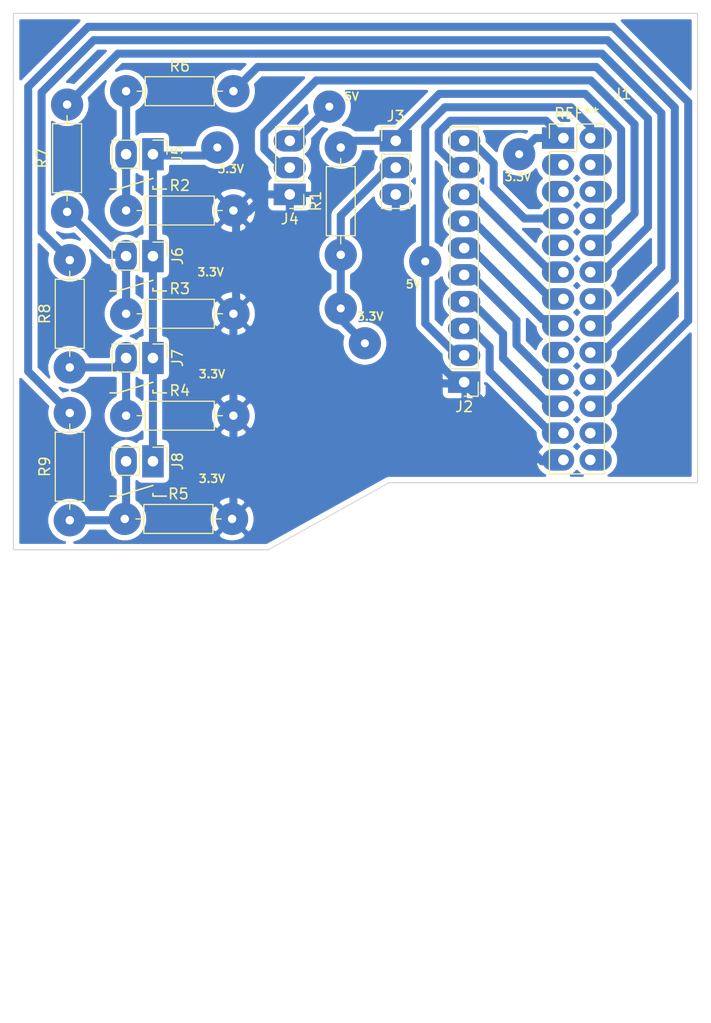
<source format=kicad_pcb>
(kicad_pcb (version 20171130) (host pcbnew 5.1.5-52549c5~84~ubuntu18.04.1)

  (general
    (thickness 1.6)
    (drawings 14)
    (tracks 155)
    (zones 0)
    (modules 17)
    (nets 31)
  )

  (page A4)
  (layers
    (0 F.Cu signal)
    (31 B.Cu signal)
    (32 B.Adhes user)
    (33 F.Adhes user)
    (34 B.Paste user)
    (35 F.Paste user)
    (36 B.SilkS user)
    (37 F.SilkS user)
    (38 B.Mask user)
    (39 F.Mask user)
    (40 Dwgs.User user)
    (41 Cmts.User user)
    (42 Eco1.User user)
    (43 Eco2.User user)
    (44 Edge.Cuts user)
    (45 Margin user)
    (46 B.CrtYd user)
    (47 F.CrtYd user)
    (48 B.Fab user)
    (49 F.Fab user)
  )

  (setup
    (last_trace_width 0.25)
    (trace_clearance 0.2)
    (zone_clearance 0.508)
    (zone_45_only no)
    (trace_min 0.2)
    (via_size 0.8)
    (via_drill 0.4)
    (via_min_size 0.4)
    (via_min_drill 0.3)
    (uvia_size 0.3)
    (uvia_drill 0.1)
    (uvias_allowed no)
    (uvia_min_size 0.2)
    (uvia_min_drill 0.1)
    (edge_width 0.1)
    (segment_width 0.2)
    (pcb_text_width 0.3)
    (pcb_text_size 1.5 1.5)
    (mod_edge_width 0.15)
    (mod_text_size 1 1)
    (mod_text_width 0.15)
    (pad_size 1.524 1.524)
    (pad_drill 0.762)
    (pad_to_mask_clearance 0)
    (aux_axis_origin 0 0)
    (visible_elements FFFFFF7F)
    (pcbplotparams
      (layerselection 0x010fc_ffffffff)
      (usegerberextensions false)
      (usegerberattributes false)
      (usegerberadvancedattributes false)
      (creategerberjobfile false)
      (excludeedgelayer true)
      (linewidth 0.100000)
      (plotframeref false)
      (viasonmask false)
      (mode 1)
      (useauxorigin false)
      (hpglpennumber 1)
      (hpglpenspeed 20)
      (hpglpendiameter 15.000000)
      (psnegative false)
      (psa4output false)
      (plotreference true)
      (plotvalue true)
      (plotinvisibletext false)
      (padsonsilk false)
      (subtractmaskfromsilk false)
      (outputformat 1)
      (mirror false)
      (drillshape 1)
      (scaleselection 1)
      (outputdirectory ""))
  )

  (net 0 "")
  (net 1 "Net-(J1-Pad7)")
  (net 2 "Net-(J1-Pad9)")
  (net 3 "Net-(J1-Pad13)")
  (net 4 "Net-(J1-Pad10)")
  (net 5 "Net-(J1-Pad11)")
  (net 6 "Net-(J1-Pad3)")
  (net 7 "Net-(J1-Pad26)")
  (net 8 "Net-(J1-Pad2)")
  (net 9 "Net-(J1-Pad1)")
  (net 10 "Net-(J1-Pad16)")
  (net 11 "Net-(J1-Pad5)")
  (net 12 "Net-(J1-Pad8)")
  (net 13 "Net-(J1-Pad19)")
  (net 14 "Net-(J1-Pad23)")
  (net 15 "Net-(J1-Pad12)")
  (net 16 "Net-(J1-Pad6)")
  (net 17 "Net-(J1-Pad15)")
  (net 18 "Net-(J1-Pad20)")
  (net 19 "Net-(J1-Pad21)")
  (net 20 "Net-(J1-Pad22)")
  (net 21 "Net-(J1-Pad4)")
  (net 22 "Net-(J1-Pad25)")
  (net 23 "Net-(J1-Pad24)")
  (net 24 "Net-(J1-Pad14)")
  (net 25 "Net-(J1-Pad17)")
  (net 26 "Net-(J1-Pad18)")
  (net 27 "Net-(J5-Pad2)")
  (net 28 "Net-(J6-Pad2)")
  (net 29 "Net-(J7-Pad2)")
  (net 30 "Net-(J8-Pad2)")

  (net_class Default "This is the default net class."
    (clearance 0.2)
    (trace_width 0.25)
    (via_dia 0.8)
    (via_drill 0.4)
    (uvia_dia 0.3)
    (uvia_drill 0.1)
  )

  (net_class 30 ""
    (clearance 0.508)
    (trace_width 0.762)
    (via_dia 3.048)
    (via_drill 0.762)
    (uvia_dia 0.3)
    (uvia_drill 0.1)
    (add_net "Net-(J1-Pad1)")
    (add_net "Net-(J1-Pad10)")
    (add_net "Net-(J1-Pad11)")
    (add_net "Net-(J1-Pad12)")
    (add_net "Net-(J1-Pad13)")
    (add_net "Net-(J1-Pad14)")
    (add_net "Net-(J1-Pad15)")
    (add_net "Net-(J1-Pad16)")
    (add_net "Net-(J1-Pad17)")
    (add_net "Net-(J1-Pad18)")
    (add_net "Net-(J1-Pad19)")
    (add_net "Net-(J1-Pad2)")
    (add_net "Net-(J1-Pad20)")
    (add_net "Net-(J1-Pad21)")
    (add_net "Net-(J1-Pad22)")
    (add_net "Net-(J1-Pad23)")
    (add_net "Net-(J1-Pad24)")
    (add_net "Net-(J1-Pad25)")
    (add_net "Net-(J1-Pad26)")
    (add_net "Net-(J1-Pad3)")
    (add_net "Net-(J1-Pad4)")
    (add_net "Net-(J1-Pad5)")
    (add_net "Net-(J1-Pad6)")
    (add_net "Net-(J1-Pad7)")
    (add_net "Net-(J1-Pad8)")
    (add_net "Net-(J1-Pad9)")
    (add_net "Net-(J5-Pad2)")
    (add_net "Net-(J6-Pad2)")
    (add_net "Net-(J7-Pad2)")
    (add_net "Net-(J8-Pad2)")
  )

  (module My_Headers:10-pin_LCD_header_larger_pads (layer F.Cu) (tedit 5E5BD1BD) (tstamp 5E583205)
    (at 167.132 69.215 180)
    (descr "Through hole straight pin header, 1x10, 2.54mm pitch, single row")
    (tags "Through hole pin header THT 1x10 2.54mm single row")
    (path /5E5B6D93)
    (fp_text reference J2 (at 0 -2.33) (layer F.SilkS)
      (effects (font (size 1 1) (thickness 0.15)))
    )
    (fp_text value 10-pin_header_LCD_interface (at 0 25.19) (layer F.Fab) hide
      (effects (font (size 1 1) (thickness 0.15)))
    )
    (fp_text user %R (at 0 11.43 90) (layer F.Fab)
      (effects (font (size 1 1) (thickness 0.15)))
    )
    (fp_line (start 1.8 -1.8) (end -1.8 -1.8) (layer F.CrtYd) (width 0.05))
    (fp_line (start 1.8 24.65) (end 1.8 -1.8) (layer F.CrtYd) (width 0.05))
    (fp_line (start -1.8 24.65) (end 1.8 24.65) (layer F.CrtYd) (width 0.05))
    (fp_line (start -1.8 -1.8) (end -1.8 24.65) (layer F.CrtYd) (width 0.05))
    (fp_line (start -1.33 -1.33) (end 0 -1.33) (layer F.SilkS) (width 0.12))
    (fp_line (start -1.33 0) (end -1.33 -1.33) (layer F.SilkS) (width 0.12))
    (fp_line (start -1.33 1.27) (end 1.33 1.27) (layer F.SilkS) (width 0.12))
    (fp_line (start 1.33 1.27) (end 1.33 24.19) (layer F.SilkS) (width 0.12))
    (fp_line (start -1.33 1.27) (end -1.33 24.19) (layer F.SilkS) (width 0.12))
    (fp_line (start -1.33 24.19) (end 1.33 24.19) (layer F.SilkS) (width 0.12))
    (fp_line (start -1.27 -0.635) (end -0.635 -1.27) (layer F.Fab) (width 0.1))
    (fp_line (start -1.27 24.13) (end -1.27 -0.635) (layer F.Fab) (width 0.1))
    (fp_line (start 1.27 24.13) (end -1.27 24.13) (layer F.Fab) (width 0.1))
    (fp_line (start 1.27 -1.27) (end 1.27 24.13) (layer F.Fab) (width 0.1))
    (fp_line (start -0.635 -1.27) (end 1.27 -1.27) (layer F.Fab) (width 0.1))
    (pad 10 thru_hole oval (at 0 22.86 180) (size 3.048 2.032) (drill 1) (layers *.Cu *.Mask)
      (net 1 "Net-(J1-Pad7)"))
    (pad 9 thru_hole oval (at 0 20.32 180) (size 3.048 2.032) (drill 1) (layers *.Cu *.Mask)
      (net 9 "Net-(J1-Pad1)"))
    (pad 8 thru_hole oval (at 0 17.78 180) (size 3.048 2.032) (drill 1) (layers *.Cu *.Mask)
      (net 5 "Net-(J1-Pad11)"))
    (pad 7 thru_hole oval (at 0 15.24 180) (size 3.048 2.032) (drill 1) (layers *.Cu *.Mask)
      (net 3 "Net-(J1-Pad13)"))
    (pad 6 thru_hole oval (at 0 12.7 180) (size 3.048 2.032) (drill 1) (layers *.Cu *.Mask)
      (net 17 "Net-(J1-Pad15)"))
    (pad 5 thru_hole oval (at 0 10.16 180) (size 3.048 2.032) (drill 1) (layers *.Cu *.Mask)
      (net 13 "Net-(J1-Pad19)"))
    (pad 4 thru_hole oval (at 0 7.62 180) (size 3.048 2.032) (drill 1) (layers *.Cu *.Mask)
      (net 19 "Net-(J1-Pad21)"))
    (pad 3 thru_hole oval (at 0 5.08 180) (size 3.048 2.032) (drill 1) (layers *.Cu *.Mask)
      (net 14 "Net-(J1-Pad23)"))
    (pad 2 thru_hole oval (at 0 2.54 180) (size 3.048 2.032) (drill 1) (layers *.Cu *.Mask)
      (net 8 "Net-(J1-Pad2)"))
    (pad 1 thru_hole rect (at 0 0 180) (size 3.048 2.032) (drill 1) (layers *.Cu *.Mask)
      (net 22 "Net-(J1-Pad25)"))
    (model ${KISYS3DMOD}/Connector_PinHeader_2.54mm.3dshapes/PinHeader_1x10_P2.54mm_Vertical.wrl
      (at (xyz 0 0 0))
      (scale (xyz 1 1 1))
      (rotate (xyz 0 0 0))
    )
  )

  (module My_RaspberryPi:Raspberry_Pi_Hat_2x13_pin_GPIO_larger_pads (layer F.Cu) (tedit 5E582A90) (tstamp 5E5831E7)
    (at 176.497 46.101)
    (descr "Through hole straight pin header, 2x13, 2.54mm pitch, double rows")
    (tags "Through hole pin header THT 2x13 2.54mm double row")
    (path /5E70F929)
    (fp_text reference J1 (at 5.613 -4.185) (layer F.SilkS)
      (effects (font (size 1 1) (thickness 0.15)))
    )
    (fp_text value Raspberry_Pi_1_all_pin_ordered (at 5.743 16.645 90) (layer F.Fab) hide
      (effects (font (size 1 1) (thickness 0.15)))
    )
    (fp_line (start 4.343 -1.905) (end -49.657 -1.905) (layer F.CrtYd) (width 0.12))
    (fp_line (start 4.343 38.095) (end 4.343 -1.905) (layer F.CrtYd) (width 0.12))
    (fp_line (start -49.657 38.095) (end 4.343 38.095) (layer F.CrtYd) (width 0.12))
    (fp_line (start -49.657 -1.905) (end -49.657 38.095) (layer F.CrtYd) (width 0.12))
    (fp_circle (center -8.157 78.695) (end -6.707 78.695) (layer F.Fab) (width 0.12))
    (fp_circle (center -31.657 23.645) (end -30.207 23.645) (layer F.CrtYd) (width 0.12))
    (fp_line (start -1.237 -0.005) (end 0.033 -1.275) (layer F.Fab) (width 0.1))
    (fp_line (start 0.033 -1.275) (end 3.843 -1.275) (layer F.Fab) (width 0.1))
    (fp_line (start -1.297 31.805) (end 3.903 31.805) (layer F.SilkS) (width 0.12))
    (fp_text user %R (at 1.303 15.235 90) (layer F.Fab)
      (effects (font (size 1 1) (thickness 0.15)))
    )
    (fp_line (start -1.767 32.245) (end 4.383 32.245) (layer F.CrtYd) (width 0.05))
    (fp_text user REF** (at 1.303 -2.335) (layer F.SilkS)
      (effects (font (size 1 1) (thickness 0.15)))
    )
    (fp_line (start -1.297 1.265) (end -1.297 31.805) (layer F.SilkS) (width 0.12))
    (fp_line (start -1.297 1.265) (end 1.303 1.265) (layer F.SilkS) (width 0.12))
    (fp_line (start -1.297 -1.335) (end 0.033 -1.335) (layer F.SilkS) (width 0.12))
    (fp_line (start 1.303 1.265) (end 1.303 -1.335) (layer F.SilkS) (width 0.12))
    (fp_line (start 3.843 -1.275) (end 3.843 31.745) (layer F.Fab) (width 0.1))
    (fp_line (start 3.903 -1.335) (end 3.903 31.805) (layer F.SilkS) (width 0.12))
    (fp_line (start -1.297 -0.005) (end -1.297 -1.335) (layer F.SilkS) (width 0.12))
    (fp_line (start 1.303 -1.335) (end 3.903 -1.335) (layer F.SilkS) (width 0.12))
    (fp_line (start -1.237 31.745) (end -1.237 -0.005) (layer F.Fab) (width 0.1))
    (fp_line (start 4.383 32.245) (end 4.383 -1.805) (layer F.CrtYd) (width 0.05))
    (fp_line (start 4.383 -1.805) (end -1.767 -1.805) (layer F.CrtYd) (width 0.05))
    (fp_line (start -1.767 -1.805) (end -1.767 32.245) (layer F.CrtYd) (width 0.05))
    (fp_line (start 3.843 31.745) (end -1.237 31.745) (layer F.Fab) (width 0.1))
    (fp_line (start -49.657 -1.855) (end 4.343 -1.855) (layer F.Fab) (width 0.12))
    (fp_line (start -49.657 83.745) (end -49.657 -1.855) (layer F.Fab) (width 0.12))
    (fp_line (start 4.343 83.745) (end -49.657 83.745) (layer F.Fab) (width 0.12))
    (fp_line (start 4.343 -1.855) (end 4.343 83.745) (layer F.Fab) (width 0.12))
    (pad 7 thru_hole oval (at 0.033 7.615) (size 3.048 2.032) (drill 1 (offset -0.508 0)) (layers *.Cu *.Mask)
      (net 1 "Net-(J1-Pad7)"))
    (pad 9 thru_hole oval (at 0.033 10.155) (size 3.048 2.032) (drill 1 (offset -0.508 0)) (layers *.Cu *.Mask)
      (net 2 "Net-(J1-Pad9)"))
    (pad 13 thru_hole oval (at 0.033 15.235) (size 3.048 2.032) (drill 1 (offset -0.508 0)) (layers *.Cu *.Mask)
      (net 3 "Net-(J1-Pad13)"))
    (pad 10 thru_hole oval (at 2.573 10.155) (size 3.048 2.032) (drill 1 (offset 0.508 0)) (layers *.Cu *.Mask)
      (net 4 "Net-(J1-Pad10)"))
    (pad 11 thru_hole oval (at 0.033 12.695) (size 3.048 2.032) (drill 1 (offset -0.508 0)) (layers *.Cu *.Mask)
      (net 5 "Net-(J1-Pad11)"))
    (pad 3 thru_hole oval (at 0.033 2.535) (size 3.048 2.032) (drill 1 (offset -0.508 0)) (layers *.Cu *.Mask)
      (net 6 "Net-(J1-Pad3)"))
    (pad 26 thru_hole oval (at 2.573 30.475) (size 3.048 2.032) (drill 1 (offset 0.508 0)) (layers *.Cu *.Mask)
      (net 7 "Net-(J1-Pad26)"))
    (pad 2 thru_hole oval (at 2.573 -0.005) (size 3.048 2.032) (drill 1 (offset 0.508 0)) (layers *.Cu *.Mask)
      (net 8 "Net-(J1-Pad2)"))
    (pad 1 thru_hole rect (at 0.033 -0.005) (size 3.048 2.032) (drill 1 (offset -0.508 0)) (layers *.Cu *.Mask)
      (net 9 "Net-(J1-Pad1)"))
    (pad 16 thru_hole oval (at 2.573 17.775) (size 3.048 2.032) (drill 1 (offset 0.508 0)) (layers *.Cu *.Mask)
      (net 10 "Net-(J1-Pad16)"))
    (pad 5 thru_hole oval (at 0.033 5.075) (size 3.048 2.032) (drill 1 (offset -0.508 0)) (layers *.Cu *.Mask)
      (net 11 "Net-(J1-Pad5)"))
    (pad 8 thru_hole oval (at 2.573 7.615) (size 3.048 2.032) (drill 1 (offset 0.508 0)) (layers *.Cu *.Mask)
      (net 12 "Net-(J1-Pad8)"))
    (pad 19 thru_hole oval (at 0.033 22.855) (size 3.048 2.032) (drill 1 (offset -0.508 0)) (layers *.Cu *.Mask)
      (net 13 "Net-(J1-Pad19)"))
    (pad 23 thru_hole oval (at 0.033 27.935) (size 3.048 2.032) (drill 1 (offset -0.508 0)) (layers *.Cu *.Mask)
      (net 14 "Net-(J1-Pad23)"))
    (pad 12 thru_hole oval (at 2.573 12.695) (size 3.048 2.032) (drill 1 (offset 0.508 0)) (layers *.Cu *.Mask)
      (net 15 "Net-(J1-Pad12)"))
    (pad 6 thru_hole oval (at 2.573 5.075) (size 3.048 2.032) (drill 1 (offset 0.508 0)) (layers *.Cu *.Mask)
      (net 16 "Net-(J1-Pad6)"))
    (pad 15 thru_hole oval (at 0.033 17.775) (size 3.048 2.032) (drill 1 (offset -0.508 0)) (layers *.Cu *.Mask)
      (net 17 "Net-(J1-Pad15)"))
    (pad 20 thru_hole oval (at 2.573 22.855) (size 3.048 2.032) (drill 1 (offset 0.508 0)) (layers *.Cu *.Mask)
      (net 18 "Net-(J1-Pad20)"))
    (pad 21 thru_hole oval (at 0.033 25.395) (size 3.048 2.032) (drill 1 (offset -0.508 0)) (layers *.Cu *.Mask)
      (net 19 "Net-(J1-Pad21)"))
    (pad 22 thru_hole oval (at 2.573 25.395) (size 3.048 2.032) (drill 1 (offset 0.508 0)) (layers *.Cu *.Mask)
      (net 20 "Net-(J1-Pad22)"))
    (pad 4 thru_hole oval (at 2.573 2.535) (size 3.048 2.032) (drill 1 (offset 0.508 0)) (layers *.Cu *.Mask)
      (net 21 "Net-(J1-Pad4)"))
    (pad 25 thru_hole oval (at 0.033 30.475) (size 3.048 2.032) (drill 1 (offset -0.508 0)) (layers *.Cu *.Mask)
      (net 22 "Net-(J1-Pad25)"))
    (pad 24 thru_hole oval (at 2.573 27.935) (size 3.048 2.032) (drill 1 (offset 0.508 0)) (layers *.Cu *.Mask)
      (net 23 "Net-(J1-Pad24)"))
    (pad 14 thru_hole oval (at 2.573 15.235) (size 3.048 2.032) (drill 1 (offset 0.508 0)) (layers *.Cu *.Mask)
      (net 24 "Net-(J1-Pad14)"))
    (pad 17 thru_hole oval (at 0.033 20.315) (size 3.048 2.032) (drill 1 (offset -0.508 0)) (layers *.Cu *.Mask)
      (net 25 "Net-(J1-Pad17)"))
    (pad 18 thru_hole oval (at 2.573 20.315) (size 3.048 2.032) (drill 1 (offset 0.508 0)) (layers *.Cu *.Mask)
      (net 26 "Net-(J1-Pad18)"))
    (model ${KISYS3DMOD}/Connector_PinHeader_2.54mm.3dshapes/PinHeader_2x13_P2.54mm_Vertical.wrl
      (at (xyz 0 0 0))
      (scale (xyz 1 1 1))
      (rotate (xyz 0 0 0))
    )
  )

  (module My_Misc:R_Axial_DIN0207_L6.3mm_D2.5mm_P10.16mm_Horizontal_larger_pads (layer F.Cu) (tedit 5E4D8416) (tstamp 5E584F29)
    (at 129.794 82.296 90)
    (descr "Resistor, Axial_DIN0207 series, Axial, Horizontal, pin pitch=10.16mm, 0.25W = 1/4W, length*diameter=6.3*2.5mm^2, http://cdn-reichelt.de/documents/datenblatt/B400/1_4W%23YAG.pdf")
    (tags "Resistor Axial_DIN0207 series Axial Horizontal pin pitch 10.16mm 0.25W = 1/4W length 6.3mm diameter 2.5mm")
    (path /5E744F02)
    (fp_text reference R9 (at 5.08 -2.37 90) (layer F.SilkS)
      (effects (font (size 1 1) (thickness 0.15)))
    )
    (fp_text value 330R (at 5.08 2.37 90) (layer F.Fab) hide
      (effects (font (size 1 1) (thickness 0.15)))
    )
    (fp_text user %R (at 5.08 0 90) (layer F.Fab)
      (effects (font (size 1 1) (thickness 0.15)))
    )
    (fp_line (start 11.21 -1.5) (end -1.05 -1.5) (layer F.CrtYd) (width 0.05))
    (fp_line (start 11.21 1.5) (end 11.21 -1.5) (layer F.CrtYd) (width 0.05))
    (fp_line (start -1.05 1.5) (end 11.21 1.5) (layer F.CrtYd) (width 0.05))
    (fp_line (start -1.05 -1.5) (end -1.05 1.5) (layer F.CrtYd) (width 0.05))
    (fp_line (start 9.12 0) (end 8.35 0) (layer F.SilkS) (width 0.12))
    (fp_line (start 1.04 0) (end 1.81 0) (layer F.SilkS) (width 0.12))
    (fp_line (start 8.35 -1.37) (end 1.81 -1.37) (layer F.SilkS) (width 0.12))
    (fp_line (start 8.35 1.37) (end 8.35 -1.37) (layer F.SilkS) (width 0.12))
    (fp_line (start 1.81 1.37) (end 8.35 1.37) (layer F.SilkS) (width 0.12))
    (fp_line (start 1.81 -1.37) (end 1.81 1.37) (layer F.SilkS) (width 0.12))
    (fp_line (start 10.16 0) (end 8.23 0) (layer F.Fab) (width 0.1))
    (fp_line (start 0 0) (end 1.93 0) (layer F.Fab) (width 0.1))
    (fp_line (start 8.23 -1.25) (end 1.93 -1.25) (layer F.Fab) (width 0.1))
    (fp_line (start 8.23 1.25) (end 8.23 -1.25) (layer F.Fab) (width 0.1))
    (fp_line (start 1.93 1.25) (end 8.23 1.25) (layer F.Fab) (width 0.1))
    (fp_line (start 1.93 -1.25) (end 1.93 1.25) (layer F.Fab) (width 0.1))
    (pad 2 thru_hole circle (at 10.16 0 90) (size 3.048 3.048) (drill 0.8) (layers *.Cu *.Mask)
      (net 20 "Net-(J1-Pad22)"))
    (pad 1 thru_hole circle (at 0 0 90) (size 3.048 3.048) (drill 0.8) (layers *.Cu *.Mask)
      (net 30 "Net-(J8-Pad2)"))
    (model ${KISYS3DMOD}/Resistor_THT.3dshapes/R_Axial_DIN0207_L6.3mm_D2.5mm_P10.16mm_Horizontal.wrl
      (at (xyz 0 0 0))
      (scale (xyz 1 1 1))
      (rotate (xyz 0 0 0))
    )
  )

  (module My_Misc:R_Axial_DIN0207_L6.3mm_D2.5mm_P10.16mm_Horizontal_larger_pads (layer F.Cu) (tedit 5E4D8416) (tstamp 5E584F12)
    (at 129.794 67.818 90)
    (descr "Resistor, Axial_DIN0207 series, Axial, Horizontal, pin pitch=10.16mm, 0.25W = 1/4W, length*diameter=6.3*2.5mm^2, http://cdn-reichelt.de/documents/datenblatt/B400/1_4W%23YAG.pdf")
    (tags "Resistor Axial_DIN0207 series Axial Horizontal pin pitch 10.16mm 0.25W = 1/4W length 6.3mm diameter 2.5mm")
    (path /5E743787)
    (fp_text reference R8 (at 5.08 -2.37 90) (layer F.SilkS)
      (effects (font (size 1 1) (thickness 0.15)))
    )
    (fp_text value 330R (at 5.08 2.37 90) (layer F.Fab) hide
      (effects (font (size 1 1) (thickness 0.15)))
    )
    (fp_text user %R (at 5.08 0 90) (layer F.Fab)
      (effects (font (size 1 1) (thickness 0.15)))
    )
    (fp_line (start 11.21 -1.5) (end -1.05 -1.5) (layer F.CrtYd) (width 0.05))
    (fp_line (start 11.21 1.5) (end 11.21 -1.5) (layer F.CrtYd) (width 0.05))
    (fp_line (start -1.05 1.5) (end 11.21 1.5) (layer F.CrtYd) (width 0.05))
    (fp_line (start -1.05 -1.5) (end -1.05 1.5) (layer F.CrtYd) (width 0.05))
    (fp_line (start 9.12 0) (end 8.35 0) (layer F.SilkS) (width 0.12))
    (fp_line (start 1.04 0) (end 1.81 0) (layer F.SilkS) (width 0.12))
    (fp_line (start 8.35 -1.37) (end 1.81 -1.37) (layer F.SilkS) (width 0.12))
    (fp_line (start 8.35 1.37) (end 8.35 -1.37) (layer F.SilkS) (width 0.12))
    (fp_line (start 1.81 1.37) (end 8.35 1.37) (layer F.SilkS) (width 0.12))
    (fp_line (start 1.81 -1.37) (end 1.81 1.37) (layer F.SilkS) (width 0.12))
    (fp_line (start 10.16 0) (end 8.23 0) (layer F.Fab) (width 0.1))
    (fp_line (start 0 0) (end 1.93 0) (layer F.Fab) (width 0.1))
    (fp_line (start 8.23 -1.25) (end 1.93 -1.25) (layer F.Fab) (width 0.1))
    (fp_line (start 8.23 1.25) (end 8.23 -1.25) (layer F.Fab) (width 0.1))
    (fp_line (start 1.93 1.25) (end 8.23 1.25) (layer F.Fab) (width 0.1))
    (fp_line (start 1.93 -1.25) (end 1.93 1.25) (layer F.Fab) (width 0.1))
    (pad 2 thru_hole circle (at 10.16 0 90) (size 3.048 3.048) (drill 0.8) (layers *.Cu *.Mask)
      (net 26 "Net-(J1-Pad18)"))
    (pad 1 thru_hole circle (at 0 0 90) (size 3.048 3.048) (drill 0.8) (layers *.Cu *.Mask)
      (net 29 "Net-(J7-Pad2)"))
    (model ${KISYS3DMOD}/Resistor_THT.3dshapes/R_Axial_DIN0207_L6.3mm_D2.5mm_P10.16mm_Horizontal.wrl
      (at (xyz 0 0 0))
      (scale (xyz 1 1 1))
      (rotate (xyz 0 0 0))
    )
  )

  (module My_Misc:R_Axial_DIN0207_L6.3mm_D2.5mm_P10.16mm_Horizontal_larger_pads (layer F.Cu) (tedit 5E4D8416) (tstamp 5E584EFB)
    (at 129.54 53.086 90)
    (descr "Resistor, Axial_DIN0207 series, Axial, Horizontal, pin pitch=10.16mm, 0.25W = 1/4W, length*diameter=6.3*2.5mm^2, http://cdn-reichelt.de/documents/datenblatt/B400/1_4W%23YAG.pdf")
    (tags "Resistor Axial_DIN0207 series Axial Horizontal pin pitch 10.16mm 0.25W = 1/4W length 6.3mm diameter 2.5mm")
    (path /5E741F14)
    (fp_text reference R7 (at 5.08 -2.37 90) (layer F.SilkS)
      (effects (font (size 1 1) (thickness 0.15)))
    )
    (fp_text value 330R (at 5.08 2.37 90) (layer F.Fab) hide
      (effects (font (size 1 1) (thickness 0.15)))
    )
    (fp_text user %R (at 5.08 0 90) (layer F.Fab)
      (effects (font (size 1 1) (thickness 0.15)))
    )
    (fp_line (start 11.21 -1.5) (end -1.05 -1.5) (layer F.CrtYd) (width 0.05))
    (fp_line (start 11.21 1.5) (end 11.21 -1.5) (layer F.CrtYd) (width 0.05))
    (fp_line (start -1.05 1.5) (end 11.21 1.5) (layer F.CrtYd) (width 0.05))
    (fp_line (start -1.05 -1.5) (end -1.05 1.5) (layer F.CrtYd) (width 0.05))
    (fp_line (start 9.12 0) (end 8.35 0) (layer F.SilkS) (width 0.12))
    (fp_line (start 1.04 0) (end 1.81 0) (layer F.SilkS) (width 0.12))
    (fp_line (start 8.35 -1.37) (end 1.81 -1.37) (layer F.SilkS) (width 0.12))
    (fp_line (start 8.35 1.37) (end 8.35 -1.37) (layer F.SilkS) (width 0.12))
    (fp_line (start 1.81 1.37) (end 8.35 1.37) (layer F.SilkS) (width 0.12))
    (fp_line (start 1.81 -1.37) (end 1.81 1.37) (layer F.SilkS) (width 0.12))
    (fp_line (start 10.16 0) (end 8.23 0) (layer F.Fab) (width 0.1))
    (fp_line (start 0 0) (end 1.93 0) (layer F.Fab) (width 0.1))
    (fp_line (start 8.23 -1.25) (end 1.93 -1.25) (layer F.Fab) (width 0.1))
    (fp_line (start 8.23 1.25) (end 8.23 -1.25) (layer F.Fab) (width 0.1))
    (fp_line (start 1.93 1.25) (end 8.23 1.25) (layer F.Fab) (width 0.1))
    (fp_line (start 1.93 -1.25) (end 1.93 1.25) (layer F.Fab) (width 0.1))
    (pad 2 thru_hole circle (at 10.16 0 90) (size 3.048 3.048) (drill 0.8) (layers *.Cu *.Mask)
      (net 10 "Net-(J1-Pad16)"))
    (pad 1 thru_hole circle (at 0 0 90) (size 3.048 3.048) (drill 0.8) (layers *.Cu *.Mask)
      (net 28 "Net-(J6-Pad2)"))
    (model ${KISYS3DMOD}/Resistor_THT.3dshapes/R_Axial_DIN0207_L6.3mm_D2.5mm_P10.16mm_Horizontal.wrl
      (at (xyz 0 0 0))
      (scale (xyz 1 1 1))
      (rotate (xyz 0 0 0))
    )
  )

  (module My_Misc:R_Axial_DIN0207_L6.3mm_D2.5mm_P10.16mm_Horizontal_larger_pads (layer F.Cu) (tedit 5E4D8416) (tstamp 5E584EE4)
    (at 135.128 41.656)
    (descr "Resistor, Axial_DIN0207 series, Axial, Horizontal, pin pitch=10.16mm, 0.25W = 1/4W, length*diameter=6.3*2.5mm^2, http://cdn-reichelt.de/documents/datenblatt/B400/1_4W%23YAG.pdf")
    (tags "Resistor Axial_DIN0207 series Axial Horizontal pin pitch 10.16mm 0.25W = 1/4W length 6.3mm diameter 2.5mm")
    (path /5E736D15)
    (fp_text reference R6 (at 5.08 -2.37) (layer F.SilkS)
      (effects (font (size 1 1) (thickness 0.15)))
    )
    (fp_text value 330R (at 5.08 2.37) (layer F.Fab) hide
      (effects (font (size 1 1) (thickness 0.15)))
    )
    (fp_text user %R (at 5.08 0) (layer F.Fab)
      (effects (font (size 1 1) (thickness 0.15)))
    )
    (fp_line (start 11.21 -1.5) (end -1.05 -1.5) (layer F.CrtYd) (width 0.05))
    (fp_line (start 11.21 1.5) (end 11.21 -1.5) (layer F.CrtYd) (width 0.05))
    (fp_line (start -1.05 1.5) (end 11.21 1.5) (layer F.CrtYd) (width 0.05))
    (fp_line (start -1.05 -1.5) (end -1.05 1.5) (layer F.CrtYd) (width 0.05))
    (fp_line (start 9.12 0) (end 8.35 0) (layer F.SilkS) (width 0.12))
    (fp_line (start 1.04 0) (end 1.81 0) (layer F.SilkS) (width 0.12))
    (fp_line (start 8.35 -1.37) (end 1.81 -1.37) (layer F.SilkS) (width 0.12))
    (fp_line (start 8.35 1.37) (end 8.35 -1.37) (layer F.SilkS) (width 0.12))
    (fp_line (start 1.81 1.37) (end 8.35 1.37) (layer F.SilkS) (width 0.12))
    (fp_line (start 1.81 -1.37) (end 1.81 1.37) (layer F.SilkS) (width 0.12))
    (fp_line (start 10.16 0) (end 8.23 0) (layer F.Fab) (width 0.1))
    (fp_line (start 0 0) (end 1.93 0) (layer F.Fab) (width 0.1))
    (fp_line (start 8.23 -1.25) (end 1.93 -1.25) (layer F.Fab) (width 0.1))
    (fp_line (start 8.23 1.25) (end 8.23 -1.25) (layer F.Fab) (width 0.1))
    (fp_line (start 1.93 1.25) (end 8.23 1.25) (layer F.Fab) (width 0.1))
    (fp_line (start 1.93 -1.25) (end 1.93 1.25) (layer F.Fab) (width 0.1))
    (pad 2 thru_hole circle (at 10.16 0) (size 3.048 3.048) (drill 0.8) (layers *.Cu *.Mask)
      (net 15 "Net-(J1-Pad12)"))
    (pad 1 thru_hole circle (at 0 0) (size 3.048 3.048) (drill 0.8) (layers *.Cu *.Mask)
      (net 27 "Net-(J5-Pad2)"))
    (model ${KISYS3DMOD}/Resistor_THT.3dshapes/R_Axial_DIN0207_L6.3mm_D2.5mm_P10.16mm_Horizontal.wrl
      (at (xyz 0 0 0))
      (scale (xyz 1 1 1))
      (rotate (xyz 0 0 0))
    )
  )

  (module My_Misc:R_Axial_DIN0207_L6.3mm_D2.5mm_P10.16mm_Horizontal_larger_pads (layer F.Cu) (tedit 5E4D8416) (tstamp 5E58330A)
    (at 135.001 82.169)
    (descr "Resistor, Axial_DIN0207 series, Axial, Horizontal, pin pitch=10.16mm, 0.25W = 1/4W, length*diameter=6.3*2.5mm^2, http://cdn-reichelt.de/documents/datenblatt/B400/1_4W%23YAG.pdf")
    (tags "Resistor Axial_DIN0207 series Axial Horizontal pin pitch 10.16mm 0.25W = 1/4W length 6.3mm diameter 2.5mm")
    (path /5E6205F9)
    (fp_text reference R5 (at 5.08 -2.37) (layer F.SilkS)
      (effects (font (size 1 1) (thickness 0.15)))
    )
    (fp_text value 3.3k (at 5.08 2.37) (layer F.Fab) hide
      (effects (font (size 1 1) (thickness 0.15)))
    )
    (fp_text user %R (at 5.08 0) (layer F.Fab)
      (effects (font (size 1 1) (thickness 0.15)))
    )
    (fp_line (start 11.21 -1.5) (end -1.05 -1.5) (layer F.CrtYd) (width 0.05))
    (fp_line (start 11.21 1.5) (end 11.21 -1.5) (layer F.CrtYd) (width 0.05))
    (fp_line (start -1.05 1.5) (end 11.21 1.5) (layer F.CrtYd) (width 0.05))
    (fp_line (start -1.05 -1.5) (end -1.05 1.5) (layer F.CrtYd) (width 0.05))
    (fp_line (start 9.12 0) (end 8.35 0) (layer F.SilkS) (width 0.12))
    (fp_line (start 1.04 0) (end 1.81 0) (layer F.SilkS) (width 0.12))
    (fp_line (start 8.35 -1.37) (end 1.81 -1.37) (layer F.SilkS) (width 0.12))
    (fp_line (start 8.35 1.37) (end 8.35 -1.37) (layer F.SilkS) (width 0.12))
    (fp_line (start 1.81 1.37) (end 8.35 1.37) (layer F.SilkS) (width 0.12))
    (fp_line (start 1.81 -1.37) (end 1.81 1.37) (layer F.SilkS) (width 0.12))
    (fp_line (start 10.16 0) (end 8.23 0) (layer F.Fab) (width 0.1))
    (fp_line (start 0 0) (end 1.93 0) (layer F.Fab) (width 0.1))
    (fp_line (start 8.23 -1.25) (end 1.93 -1.25) (layer F.Fab) (width 0.1))
    (fp_line (start 8.23 1.25) (end 8.23 -1.25) (layer F.Fab) (width 0.1))
    (fp_line (start 1.93 1.25) (end 8.23 1.25) (layer F.Fab) (width 0.1))
    (fp_line (start 1.93 -1.25) (end 1.93 1.25) (layer F.Fab) (width 0.1))
    (pad 2 thru_hole circle (at 10.16 0) (size 3.048 3.048) (drill 0.8) (layers *.Cu *.Mask)
      (net 22 "Net-(J1-Pad25)"))
    (pad 1 thru_hole circle (at 0 0) (size 3.048 3.048) (drill 0.8) (layers *.Cu *.Mask)
      (net 30 "Net-(J8-Pad2)"))
    (model ${KISYS3DMOD}/Resistor_THT.3dshapes/R_Axial_DIN0207_L6.3mm_D2.5mm_P10.16mm_Horizontal.wrl
      (at (xyz 0 0 0))
      (scale (xyz 1 1 1))
      (rotate (xyz 0 0 0))
    )
  )

  (module My_Misc:R_Axial_DIN0207_L6.3mm_D2.5mm_P10.16mm_Horizontal_larger_pads (layer F.Cu) (tedit 5E4D8416) (tstamp 5E5832F3)
    (at 135.128 72.39)
    (descr "Resistor, Axial_DIN0207 series, Axial, Horizontal, pin pitch=10.16mm, 0.25W = 1/4W, length*diameter=6.3*2.5mm^2, http://cdn-reichelt.de/documents/datenblatt/B400/1_4W%23YAG.pdf")
    (tags "Resistor Axial_DIN0207 series Axial Horizontal pin pitch 10.16mm 0.25W = 1/4W length 6.3mm diameter 2.5mm")
    (path /5E61E477)
    (fp_text reference R4 (at 5.08 -2.37) (layer F.SilkS)
      (effects (font (size 1 1) (thickness 0.15)))
    )
    (fp_text value 3.3k (at 5.08 2.37) (layer F.Fab) hide
      (effects (font (size 1 1) (thickness 0.15)))
    )
    (fp_text user %R (at 5.08 0) (layer F.Fab)
      (effects (font (size 1 1) (thickness 0.15)))
    )
    (fp_line (start 11.21 -1.5) (end -1.05 -1.5) (layer F.CrtYd) (width 0.05))
    (fp_line (start 11.21 1.5) (end 11.21 -1.5) (layer F.CrtYd) (width 0.05))
    (fp_line (start -1.05 1.5) (end 11.21 1.5) (layer F.CrtYd) (width 0.05))
    (fp_line (start -1.05 -1.5) (end -1.05 1.5) (layer F.CrtYd) (width 0.05))
    (fp_line (start 9.12 0) (end 8.35 0) (layer F.SilkS) (width 0.12))
    (fp_line (start 1.04 0) (end 1.81 0) (layer F.SilkS) (width 0.12))
    (fp_line (start 8.35 -1.37) (end 1.81 -1.37) (layer F.SilkS) (width 0.12))
    (fp_line (start 8.35 1.37) (end 8.35 -1.37) (layer F.SilkS) (width 0.12))
    (fp_line (start 1.81 1.37) (end 8.35 1.37) (layer F.SilkS) (width 0.12))
    (fp_line (start 1.81 -1.37) (end 1.81 1.37) (layer F.SilkS) (width 0.12))
    (fp_line (start 10.16 0) (end 8.23 0) (layer F.Fab) (width 0.1))
    (fp_line (start 0 0) (end 1.93 0) (layer F.Fab) (width 0.1))
    (fp_line (start 8.23 -1.25) (end 1.93 -1.25) (layer F.Fab) (width 0.1))
    (fp_line (start 8.23 1.25) (end 8.23 -1.25) (layer F.Fab) (width 0.1))
    (fp_line (start 1.93 1.25) (end 8.23 1.25) (layer F.Fab) (width 0.1))
    (fp_line (start 1.93 -1.25) (end 1.93 1.25) (layer F.Fab) (width 0.1))
    (pad 2 thru_hole circle (at 10.16 0) (size 3.048 3.048) (drill 0.8) (layers *.Cu *.Mask)
      (net 22 "Net-(J1-Pad25)"))
    (pad 1 thru_hole circle (at 0 0) (size 3.048 3.048) (drill 0.8) (layers *.Cu *.Mask)
      (net 29 "Net-(J7-Pad2)"))
    (model ${KISYS3DMOD}/Resistor_THT.3dshapes/R_Axial_DIN0207_L6.3mm_D2.5mm_P10.16mm_Horizontal.wrl
      (at (xyz 0 0 0))
      (scale (xyz 1 1 1))
      (rotate (xyz 0 0 0))
    )
  )

  (module My_Misc:R_Axial_DIN0207_L6.3mm_D2.5mm_P10.16mm_Horizontal_larger_pads (layer F.Cu) (tedit 5E4D8416) (tstamp 5E5832DC)
    (at 135.128 62.738)
    (descr "Resistor, Axial_DIN0207 series, Axial, Horizontal, pin pitch=10.16mm, 0.25W = 1/4W, length*diameter=6.3*2.5mm^2, http://cdn-reichelt.de/documents/datenblatt/B400/1_4W%23YAG.pdf")
    (tags "Resistor Axial_DIN0207 series Axial Horizontal pin pitch 10.16mm 0.25W = 1/4W length 6.3mm diameter 2.5mm")
    (path /5E61C1D9)
    (fp_text reference R3 (at 5.08 -2.37) (layer F.SilkS)
      (effects (font (size 1 1) (thickness 0.15)))
    )
    (fp_text value 3.3k (at 5.08 2.37) (layer F.Fab) hide
      (effects (font (size 1 1) (thickness 0.15)))
    )
    (fp_text user %R (at 5.08 0) (layer F.Fab)
      (effects (font (size 1 1) (thickness 0.15)))
    )
    (fp_line (start 11.21 -1.5) (end -1.05 -1.5) (layer F.CrtYd) (width 0.05))
    (fp_line (start 11.21 1.5) (end 11.21 -1.5) (layer F.CrtYd) (width 0.05))
    (fp_line (start -1.05 1.5) (end 11.21 1.5) (layer F.CrtYd) (width 0.05))
    (fp_line (start -1.05 -1.5) (end -1.05 1.5) (layer F.CrtYd) (width 0.05))
    (fp_line (start 9.12 0) (end 8.35 0) (layer F.SilkS) (width 0.12))
    (fp_line (start 1.04 0) (end 1.81 0) (layer F.SilkS) (width 0.12))
    (fp_line (start 8.35 -1.37) (end 1.81 -1.37) (layer F.SilkS) (width 0.12))
    (fp_line (start 8.35 1.37) (end 8.35 -1.37) (layer F.SilkS) (width 0.12))
    (fp_line (start 1.81 1.37) (end 8.35 1.37) (layer F.SilkS) (width 0.12))
    (fp_line (start 1.81 -1.37) (end 1.81 1.37) (layer F.SilkS) (width 0.12))
    (fp_line (start 10.16 0) (end 8.23 0) (layer F.Fab) (width 0.1))
    (fp_line (start 0 0) (end 1.93 0) (layer F.Fab) (width 0.1))
    (fp_line (start 8.23 -1.25) (end 1.93 -1.25) (layer F.Fab) (width 0.1))
    (fp_line (start 8.23 1.25) (end 8.23 -1.25) (layer F.Fab) (width 0.1))
    (fp_line (start 1.93 1.25) (end 8.23 1.25) (layer F.Fab) (width 0.1))
    (fp_line (start 1.93 -1.25) (end 1.93 1.25) (layer F.Fab) (width 0.1))
    (pad 2 thru_hole circle (at 10.16 0) (size 3.048 3.048) (drill 0.8) (layers *.Cu *.Mask)
      (net 22 "Net-(J1-Pad25)"))
    (pad 1 thru_hole circle (at 0 0) (size 3.048 3.048) (drill 0.8) (layers *.Cu *.Mask)
      (net 28 "Net-(J6-Pad2)"))
    (model ${KISYS3DMOD}/Resistor_THT.3dshapes/R_Axial_DIN0207_L6.3mm_D2.5mm_P10.16mm_Horizontal.wrl
      (at (xyz 0 0 0))
      (scale (xyz 1 1 1))
      (rotate (xyz 0 0 0))
    )
  )

  (module My_Misc:R_Axial_DIN0207_L6.3mm_D2.5mm_P10.16mm_Horizontal_larger_pads (layer F.Cu) (tedit 5E4D8416) (tstamp 5E5832C5)
    (at 135.128 52.959)
    (descr "Resistor, Axial_DIN0207 series, Axial, Horizontal, pin pitch=10.16mm, 0.25W = 1/4W, length*diameter=6.3*2.5mm^2, http://cdn-reichelt.de/documents/datenblatt/B400/1_4W%23YAG.pdf")
    (tags "Resistor Axial_DIN0207 series Axial Horizontal pin pitch 10.16mm 0.25W = 1/4W length 6.3mm diameter 2.5mm")
    (path /5E5CBF4A)
    (fp_text reference R2 (at 5.08 -2.37) (layer F.SilkS)
      (effects (font (size 1 1) (thickness 0.15)))
    )
    (fp_text value 3.3k (at 5.08 2.37) (layer F.Fab) hide
      (effects (font (size 1 1) (thickness 0.15)))
    )
    (fp_text user %R (at 5.08 0) (layer F.Fab)
      (effects (font (size 1 1) (thickness 0.15)))
    )
    (fp_line (start 11.21 -1.5) (end -1.05 -1.5) (layer F.CrtYd) (width 0.05))
    (fp_line (start 11.21 1.5) (end 11.21 -1.5) (layer F.CrtYd) (width 0.05))
    (fp_line (start -1.05 1.5) (end 11.21 1.5) (layer F.CrtYd) (width 0.05))
    (fp_line (start -1.05 -1.5) (end -1.05 1.5) (layer F.CrtYd) (width 0.05))
    (fp_line (start 9.12 0) (end 8.35 0) (layer F.SilkS) (width 0.12))
    (fp_line (start 1.04 0) (end 1.81 0) (layer F.SilkS) (width 0.12))
    (fp_line (start 8.35 -1.37) (end 1.81 -1.37) (layer F.SilkS) (width 0.12))
    (fp_line (start 8.35 1.37) (end 8.35 -1.37) (layer F.SilkS) (width 0.12))
    (fp_line (start 1.81 1.37) (end 8.35 1.37) (layer F.SilkS) (width 0.12))
    (fp_line (start 1.81 -1.37) (end 1.81 1.37) (layer F.SilkS) (width 0.12))
    (fp_line (start 10.16 0) (end 8.23 0) (layer F.Fab) (width 0.1))
    (fp_line (start 0 0) (end 1.93 0) (layer F.Fab) (width 0.1))
    (fp_line (start 8.23 -1.25) (end 1.93 -1.25) (layer F.Fab) (width 0.1))
    (fp_line (start 8.23 1.25) (end 8.23 -1.25) (layer F.Fab) (width 0.1))
    (fp_line (start 1.93 1.25) (end 8.23 1.25) (layer F.Fab) (width 0.1))
    (fp_line (start 1.93 -1.25) (end 1.93 1.25) (layer F.Fab) (width 0.1))
    (pad 2 thru_hole circle (at 10.16 0) (size 3.048 3.048) (drill 0.8) (layers *.Cu *.Mask)
      (net 22 "Net-(J1-Pad25)"))
    (pad 1 thru_hole circle (at 0 0) (size 3.048 3.048) (drill 0.8) (layers *.Cu *.Mask)
      (net 27 "Net-(J5-Pad2)"))
    (model ${KISYS3DMOD}/Resistor_THT.3dshapes/R_Axial_DIN0207_L6.3mm_D2.5mm_P10.16mm_Horizontal.wrl
      (at (xyz 0 0 0))
      (scale (xyz 1 1 1))
      (rotate (xyz 0 0 0))
    )
  )

  (module My_Misc:R_Axial_DIN0207_L6.3mm_D2.5mm_P10.16mm_Horizontal_larger_pads (layer F.Cu) (tedit 5E4D8416) (tstamp 5E5832AE)
    (at 155.448 57.15 90)
    (descr "Resistor, Axial_DIN0207 series, Axial, Horizontal, pin pitch=10.16mm, 0.25W = 1/4W, length*diameter=6.3*2.5mm^2, http://cdn-reichelt.de/documents/datenblatt/B400/1_4W%23YAG.pdf")
    (tags "Resistor Axial_DIN0207 series Axial Horizontal pin pitch 10.16mm 0.25W = 1/4W length 6.3mm diameter 2.5mm")
    (path /5E5AAFEA)
    (fp_text reference R1 (at 5.08 -2.37 90) (layer F.SilkS)
      (effects (font (size 1 1) (thickness 0.15)))
    )
    (fp_text value 4.7k (at 5.08 2.37 90) (layer F.Fab) hide
      (effects (font (size 1 1) (thickness 0.15)))
    )
    (fp_text user %R (at 5.08 0 90) (layer F.Fab)
      (effects (font (size 1 1) (thickness 0.15)))
    )
    (fp_line (start 11.21 -1.5) (end -1.05 -1.5) (layer F.CrtYd) (width 0.05))
    (fp_line (start 11.21 1.5) (end 11.21 -1.5) (layer F.CrtYd) (width 0.05))
    (fp_line (start -1.05 1.5) (end 11.21 1.5) (layer F.CrtYd) (width 0.05))
    (fp_line (start -1.05 -1.5) (end -1.05 1.5) (layer F.CrtYd) (width 0.05))
    (fp_line (start 9.12 0) (end 8.35 0) (layer F.SilkS) (width 0.12))
    (fp_line (start 1.04 0) (end 1.81 0) (layer F.SilkS) (width 0.12))
    (fp_line (start 8.35 -1.37) (end 1.81 -1.37) (layer F.SilkS) (width 0.12))
    (fp_line (start 8.35 1.37) (end 8.35 -1.37) (layer F.SilkS) (width 0.12))
    (fp_line (start 1.81 1.37) (end 8.35 1.37) (layer F.SilkS) (width 0.12))
    (fp_line (start 1.81 -1.37) (end 1.81 1.37) (layer F.SilkS) (width 0.12))
    (fp_line (start 10.16 0) (end 8.23 0) (layer F.Fab) (width 0.1))
    (fp_line (start 0 0) (end 1.93 0) (layer F.Fab) (width 0.1))
    (fp_line (start 8.23 -1.25) (end 1.93 -1.25) (layer F.Fab) (width 0.1))
    (fp_line (start 8.23 1.25) (end 8.23 -1.25) (layer F.Fab) (width 0.1))
    (fp_line (start 1.93 1.25) (end 8.23 1.25) (layer F.Fab) (width 0.1))
    (fp_line (start 1.93 -1.25) (end 1.93 1.25) (layer F.Fab) (width 0.1))
    (pad 2 thru_hole circle (at 10.16 0 90) (size 3.048 3.048) (drill 0.8) (layers *.Cu *.Mask)
      (net 12 "Net-(J1-Pad8)"))
    (pad 1 thru_hole circle (at 0 0 90) (size 3.048 3.048) (drill 0.8) (layers *.Cu *.Mask)
      (net 9 "Net-(J1-Pad1)"))
    (model ${KISYS3DMOD}/Resistor_THT.3dshapes/R_Axial_DIN0207_L6.3mm_D2.5mm_P10.16mm_Horizontal.wrl
      (at (xyz 0 0 0))
      (scale (xyz 1 1 1))
      (rotate (xyz 0 0 0))
    )
  )

  (module My_Headers:2-pin_NO_switch_header_larger_pads (layer F.Cu) (tedit 5E56A76E) (tstamp 5E583297)
    (at 137.668 76.708 270)
    (descr "Through hole straight pin header, 1x02, 2.54mm pitch, single row")
    (tags "Through hole pin header THT 1x02 2.54mm single row")
    (path /5E60B37E)
    (fp_text reference J8 (at 0 -2.33 90) (layer F.SilkS)
      (effects (font (size 1 1) (thickness 0.15)))
    )
    (fp_text value 2-pin_NO_switch_header (at 0 4.87 90) (layer F.Fab) hide
      (effects (font (size 1 1) (thickness 0.15)))
    )
    (fp_line (start 3.302 0) (end 3.302 -1.27) (layer F.SilkS) (width 0.15))
    (fp_line (start 3.048 0) (end 3.302 0) (layer F.SilkS) (width 0.15))
    (fp_line (start 3.302 3.302) (end 2.286 0) (layer F.SilkS) (width 0.15))
    (fp_line (start 3.302 4.064) (end 3.302 3.302) (layer F.SilkS) (width 0.15))
    (fp_line (start 1.8 -1.8) (end -1.8 -1.8) (layer F.CrtYd) (width 0.05))
    (fp_line (start 1.8 4.35) (end 1.8 -1.8) (layer F.CrtYd) (width 0.05))
    (fp_line (start -1.8 4.35) (end 1.8 4.35) (layer F.CrtYd) (width 0.05))
    (fp_line (start -1.8 -1.8) (end -1.8 4.35) (layer F.CrtYd) (width 0.05))
    (fp_line (start -1.33 -1.33) (end 0 -1.33) (layer F.SilkS) (width 0.12))
    (fp_line (start -1.33 0) (end -1.33 -1.33) (layer F.SilkS) (width 0.12))
    (fp_line (start -1.33 1.27) (end 1.33 1.27) (layer F.SilkS) (width 0.12))
    (fp_line (start 1.33 1.27) (end 1.33 3.87) (layer F.SilkS) (width 0.12))
    (fp_line (start -1.33 1.27) (end -1.33 3.87) (layer F.SilkS) (width 0.12))
    (fp_line (start -1.33 3.87) (end 1.33 3.87) (layer F.SilkS) (width 0.12))
    (fp_line (start -1.27 -0.635) (end -0.635 -1.27) (layer F.Fab) (width 0.1))
    (fp_line (start -1.27 3.81) (end -1.27 -0.635) (layer F.Fab) (width 0.1))
    (fp_line (start 1.27 3.81) (end -1.27 3.81) (layer F.Fab) (width 0.1))
    (fp_line (start 1.27 -1.27) (end 1.27 3.81) (layer F.Fab) (width 0.1))
    (fp_line (start -0.635 -1.27) (end 1.27 -1.27) (layer F.Fab) (width 0.1))
    (pad 2 thru_hole oval (at 0 2.54 270) (size 3.048 2.032) (drill 1) (layers *.Cu *.Mask)
      (net 30 "Net-(J8-Pad2)"))
    (pad 1 thru_hole rect (at 0 0 270) (size 3.048 2.032) (drill 1) (layers *.Cu *.Mask)
      (net 9 "Net-(J1-Pad1)"))
    (model ${KISYS3DMOD}/Connector_PinHeader_2.54mm.3dshapes/PinHeader_1x02_P2.54mm_Vertical.wrl
      (at (xyz 0 0 0))
      (scale (xyz 1 1 1))
      (rotate (xyz 0 0 0))
    )
  )

  (module My_Headers:2-pin_NO_switch_header_larger_pads (layer F.Cu) (tedit 5E56A76E) (tstamp 5E58327E)
    (at 137.668 66.929 270)
    (descr "Through hole straight pin header, 1x02, 2.54mm pitch, single row")
    (tags "Through hole pin header THT 1x02 2.54mm single row")
    (path /5E60ACC3)
    (fp_text reference J7 (at 0 -2.33 90) (layer F.SilkS)
      (effects (font (size 1 1) (thickness 0.15)))
    )
    (fp_text value 2-pin_NO_switch_header (at 0 4.87 90) (layer F.Fab) hide
      (effects (font (size 1 1) (thickness 0.15)))
    )
    (fp_line (start 3.302 0) (end 3.302 -1.27) (layer F.SilkS) (width 0.15))
    (fp_line (start 3.048 0) (end 3.302 0) (layer F.SilkS) (width 0.15))
    (fp_line (start 3.302 3.302) (end 2.286 0) (layer F.SilkS) (width 0.15))
    (fp_line (start 3.302 4.064) (end 3.302 3.302) (layer F.SilkS) (width 0.15))
    (fp_line (start 1.8 -1.8) (end -1.8 -1.8) (layer F.CrtYd) (width 0.05))
    (fp_line (start 1.8 4.35) (end 1.8 -1.8) (layer F.CrtYd) (width 0.05))
    (fp_line (start -1.8 4.35) (end 1.8 4.35) (layer F.CrtYd) (width 0.05))
    (fp_line (start -1.8 -1.8) (end -1.8 4.35) (layer F.CrtYd) (width 0.05))
    (fp_line (start -1.33 -1.33) (end 0 -1.33) (layer F.SilkS) (width 0.12))
    (fp_line (start -1.33 0) (end -1.33 -1.33) (layer F.SilkS) (width 0.12))
    (fp_line (start -1.33 1.27) (end 1.33 1.27) (layer F.SilkS) (width 0.12))
    (fp_line (start 1.33 1.27) (end 1.33 3.87) (layer F.SilkS) (width 0.12))
    (fp_line (start -1.33 1.27) (end -1.33 3.87) (layer F.SilkS) (width 0.12))
    (fp_line (start -1.33 3.87) (end 1.33 3.87) (layer F.SilkS) (width 0.12))
    (fp_line (start -1.27 -0.635) (end -0.635 -1.27) (layer F.Fab) (width 0.1))
    (fp_line (start -1.27 3.81) (end -1.27 -0.635) (layer F.Fab) (width 0.1))
    (fp_line (start 1.27 3.81) (end -1.27 3.81) (layer F.Fab) (width 0.1))
    (fp_line (start 1.27 -1.27) (end 1.27 3.81) (layer F.Fab) (width 0.1))
    (fp_line (start -0.635 -1.27) (end 1.27 -1.27) (layer F.Fab) (width 0.1))
    (pad 2 thru_hole oval (at 0 2.54 270) (size 3.048 2.032) (drill 1) (layers *.Cu *.Mask)
      (net 29 "Net-(J7-Pad2)"))
    (pad 1 thru_hole rect (at 0 0 270) (size 3.048 2.032) (drill 1) (layers *.Cu *.Mask)
      (net 9 "Net-(J1-Pad1)"))
    (model ${KISYS3DMOD}/Connector_PinHeader_2.54mm.3dshapes/PinHeader_1x02_P2.54mm_Vertical.wrl
      (at (xyz 0 0 0))
      (scale (xyz 1 1 1))
      (rotate (xyz 0 0 0))
    )
  )

  (module My_Headers:2-pin_NO_switch_header_larger_pads (layer F.Cu) (tedit 5E56A76E) (tstamp 5E583265)
    (at 137.668 57.277 270)
    (descr "Through hole straight pin header, 1x02, 2.54mm pitch, single row")
    (tags "Through hole pin header THT 1x02 2.54mm single row")
    (path /5E60A403)
    (fp_text reference J6 (at 0 -2.33 90) (layer F.SilkS)
      (effects (font (size 1 1) (thickness 0.15)))
    )
    (fp_text value 2-pin_NO_switch_header (at 0 4.87 90) (layer F.Fab) hide
      (effects (font (size 1 1) (thickness 0.15)))
    )
    (fp_line (start 3.302 0) (end 3.302 -1.27) (layer F.SilkS) (width 0.15))
    (fp_line (start 3.048 0) (end 3.302 0) (layer F.SilkS) (width 0.15))
    (fp_line (start 3.302 3.302) (end 2.286 0) (layer F.SilkS) (width 0.15))
    (fp_line (start 3.302 4.064) (end 3.302 3.302) (layer F.SilkS) (width 0.15))
    (fp_line (start 1.8 -1.8) (end -1.8 -1.8) (layer F.CrtYd) (width 0.05))
    (fp_line (start 1.8 4.35) (end 1.8 -1.8) (layer F.CrtYd) (width 0.05))
    (fp_line (start -1.8 4.35) (end 1.8 4.35) (layer F.CrtYd) (width 0.05))
    (fp_line (start -1.8 -1.8) (end -1.8 4.35) (layer F.CrtYd) (width 0.05))
    (fp_line (start -1.33 -1.33) (end 0 -1.33) (layer F.SilkS) (width 0.12))
    (fp_line (start -1.33 0) (end -1.33 -1.33) (layer F.SilkS) (width 0.12))
    (fp_line (start -1.33 1.27) (end 1.33 1.27) (layer F.SilkS) (width 0.12))
    (fp_line (start 1.33 1.27) (end 1.33 3.87) (layer F.SilkS) (width 0.12))
    (fp_line (start -1.33 1.27) (end -1.33 3.87) (layer F.SilkS) (width 0.12))
    (fp_line (start -1.33 3.87) (end 1.33 3.87) (layer F.SilkS) (width 0.12))
    (fp_line (start -1.27 -0.635) (end -0.635 -1.27) (layer F.Fab) (width 0.1))
    (fp_line (start -1.27 3.81) (end -1.27 -0.635) (layer F.Fab) (width 0.1))
    (fp_line (start 1.27 3.81) (end -1.27 3.81) (layer F.Fab) (width 0.1))
    (fp_line (start 1.27 -1.27) (end 1.27 3.81) (layer F.Fab) (width 0.1))
    (fp_line (start -0.635 -1.27) (end 1.27 -1.27) (layer F.Fab) (width 0.1))
    (pad 2 thru_hole oval (at 0 2.54 270) (size 3.048 2.032) (drill 1) (layers *.Cu *.Mask)
      (net 28 "Net-(J6-Pad2)"))
    (pad 1 thru_hole rect (at 0 0 270) (size 3.048 2.032) (drill 1) (layers *.Cu *.Mask)
      (net 9 "Net-(J1-Pad1)"))
    (model ${KISYS3DMOD}/Connector_PinHeader_2.54mm.3dshapes/PinHeader_1x02_P2.54mm_Vertical.wrl
      (at (xyz 0 0 0))
      (scale (xyz 1 1 1))
      (rotate (xyz 0 0 0))
    )
  )

  (module My_Headers:2-pin_NO_switch_header_larger_pads (layer F.Cu) (tedit 5E56A76E) (tstamp 5E58324C)
    (at 137.668 47.625 270)
    (descr "Through hole straight pin header, 1x02, 2.54mm pitch, single row")
    (tags "Through hole pin header THT 1x02 2.54mm single row")
    (path /5E5C92E7)
    (fp_text reference J5 (at 0 -2.33 90) (layer F.SilkS)
      (effects (font (size 1 1) (thickness 0.15)))
    )
    (fp_text value 2-pin_NO_switch_header (at 0 4.87 90) (layer F.Fab) hide
      (effects (font (size 1 1) (thickness 0.15)))
    )
    (fp_line (start 3.302 0) (end 3.302 -1.27) (layer F.SilkS) (width 0.15))
    (fp_line (start 3.048 0) (end 3.302 0) (layer F.SilkS) (width 0.15))
    (fp_line (start 3.302 3.302) (end 2.286 0) (layer F.SilkS) (width 0.15))
    (fp_line (start 3.302 4.064) (end 3.302 3.302) (layer F.SilkS) (width 0.15))
    (fp_line (start 1.8 -1.8) (end -1.8 -1.8) (layer F.CrtYd) (width 0.05))
    (fp_line (start 1.8 4.35) (end 1.8 -1.8) (layer F.CrtYd) (width 0.05))
    (fp_line (start -1.8 4.35) (end 1.8 4.35) (layer F.CrtYd) (width 0.05))
    (fp_line (start -1.8 -1.8) (end -1.8 4.35) (layer F.CrtYd) (width 0.05))
    (fp_line (start -1.33 -1.33) (end 0 -1.33) (layer F.SilkS) (width 0.12))
    (fp_line (start -1.33 0) (end -1.33 -1.33) (layer F.SilkS) (width 0.12))
    (fp_line (start -1.33 1.27) (end 1.33 1.27) (layer F.SilkS) (width 0.12))
    (fp_line (start 1.33 1.27) (end 1.33 3.87) (layer F.SilkS) (width 0.12))
    (fp_line (start -1.33 1.27) (end -1.33 3.87) (layer F.SilkS) (width 0.12))
    (fp_line (start -1.33 3.87) (end 1.33 3.87) (layer F.SilkS) (width 0.12))
    (fp_line (start -1.27 -0.635) (end -0.635 -1.27) (layer F.Fab) (width 0.1))
    (fp_line (start -1.27 3.81) (end -1.27 -0.635) (layer F.Fab) (width 0.1))
    (fp_line (start 1.27 3.81) (end -1.27 3.81) (layer F.Fab) (width 0.1))
    (fp_line (start 1.27 -1.27) (end 1.27 3.81) (layer F.Fab) (width 0.1))
    (fp_line (start -0.635 -1.27) (end 1.27 -1.27) (layer F.Fab) (width 0.1))
    (pad 2 thru_hole oval (at 0 2.54 270) (size 3.048 2.032) (drill 1) (layers *.Cu *.Mask)
      (net 27 "Net-(J5-Pad2)"))
    (pad 1 thru_hole rect (at 0 0 270) (size 3.048 2.032) (drill 1) (layers *.Cu *.Mask)
      (net 9 "Net-(J1-Pad1)"))
    (model ${KISYS3DMOD}/Connector_PinHeader_2.54mm.3dshapes/PinHeader_1x02_P2.54mm_Vertical.wrl
      (at (xyz 0 0 0))
      (scale (xyz 1 1 1))
      (rotate (xyz 0 0 0))
    )
  )

  (module My_Headers:3_pin_Dallas_1-wire_header_larger_pads (layer F.Cu) (tedit 5E56A0E4) (tstamp 5E583233)
    (at 150.622 51.435 180)
    (descr "Through hole straight pin header, 1x03, 2.54mm pitch, single row")
    (tags "Through hole pin header THT 1x03 2.54mm single row")
    (path /5E58672E)
    (fp_text reference J4 (at 0 -2.33) (layer F.SilkS)
      (effects (font (size 1 1) (thickness 0.15)))
    )
    (fp_text value 3_pin_Dallas_1-wire_connector (at 0 7.41) (layer F.Fab) hide
      (effects (font (size 1 1) (thickness 0.15)))
    )
    (fp_line (start -0.635 -1.27) (end 1.27 -1.27) (layer F.Fab) (width 0.1))
    (fp_line (start 1.27 -1.27) (end 1.27 6.35) (layer F.Fab) (width 0.1))
    (fp_line (start 1.27 6.35) (end -1.27 6.35) (layer F.Fab) (width 0.1))
    (fp_line (start -1.27 6.35) (end -1.27 -0.635) (layer F.Fab) (width 0.1))
    (fp_line (start -1.27 -0.635) (end -0.635 -1.27) (layer F.Fab) (width 0.1))
    (fp_line (start -1.33 6.41) (end 1.33 6.41) (layer F.SilkS) (width 0.12))
    (fp_line (start -1.33 1.27) (end -1.33 6.41) (layer F.SilkS) (width 0.12))
    (fp_line (start 1.33 1.27) (end 1.33 6.41) (layer F.SilkS) (width 0.12))
    (fp_line (start -1.33 1.27) (end 1.33 1.27) (layer F.SilkS) (width 0.12))
    (fp_line (start -1.33 0) (end -1.33 -1.33) (layer F.SilkS) (width 0.12))
    (fp_line (start -1.33 -1.33) (end 0 -1.33) (layer F.SilkS) (width 0.12))
    (fp_line (start -1.8 -1.8) (end -1.8 6.85) (layer F.CrtYd) (width 0.05))
    (fp_line (start -1.8 6.85) (end 1.8 6.85) (layer F.CrtYd) (width 0.05))
    (fp_line (start 1.8 6.85) (end 1.8 -1.8) (layer F.CrtYd) (width 0.05))
    (fp_line (start 1.8 -1.8) (end -1.8 -1.8) (layer F.CrtYd) (width 0.05))
    (fp_text user %R (at 0 2.54 90) (layer F.Fab)
      (effects (font (size 1 1) (thickness 0.15)))
    )
    (pad 1 thru_hole rect (at 0 0 180) (size 3.048 2.032) (drill 1) (layers *.Cu *.Mask)
      (net 22 "Net-(J1-Pad25)"))
    (pad 2 thru_hole oval (at 0 2.54 180) (size 3.048 2.032) (drill 1) (layers *.Cu *.Mask)
      (net 4 "Net-(J1-Pad10)"))
    (pad 3 thru_hole oval (at 0 5.08 180) (size 3.048 2.032) (drill 1) (layers *.Cu *.Mask)
      (net 8 "Net-(J1-Pad2)"))
    (model ${KISYS3DMOD}/Connector_PinHeader_2.54mm.3dshapes/PinHeader_1x03_P2.54mm_Vertical.wrl
      (at (xyz 0 0 0))
      (scale (xyz 1 1 1))
      (rotate (xyz 0 0 0))
    )
  )

  (module My_Headers:3-pin_KY-019_Relay_header_larger_pads (layer F.Cu) (tedit 5E56A0B2) (tstamp 5E58321C)
    (at 160.655 46.355)
    (descr "Through hole straight pin header, 1x03, 2.54mm pitch, single row")
    (tags "Through hole pin header THT 1x03 2.54mm single row")
    (path /5E585F50)
    (fp_text reference J3 (at 0 -2.33) (layer F.SilkS)
      (effects (font (size 1 1) (thickness 0.15)))
    )
    (fp_text value 3-pin_KY-019_relay_header (at 0 7.41) (layer F.Fab) hide
      (effects (font (size 1 1) (thickness 0.15)))
    )
    (fp_text user %R (at 0 2.54 90) (layer F.Fab)
      (effects (font (size 1 1) (thickness 0.15)))
    )
    (fp_line (start 1.8 -1.8) (end -1.8 -1.8) (layer F.CrtYd) (width 0.05))
    (fp_line (start 1.8 6.85) (end 1.8 -1.8) (layer F.CrtYd) (width 0.05))
    (fp_line (start -1.8 6.85) (end 1.8 6.85) (layer F.CrtYd) (width 0.05))
    (fp_line (start -1.8 -1.8) (end -1.8 6.85) (layer F.CrtYd) (width 0.05))
    (fp_line (start -1.33 -1.33) (end 0 -1.33) (layer F.SilkS) (width 0.12))
    (fp_line (start -1.33 0) (end -1.33 -1.33) (layer F.SilkS) (width 0.12))
    (fp_line (start -1.33 1.27) (end 1.33 1.27) (layer F.SilkS) (width 0.12))
    (fp_line (start 1.33 1.27) (end 1.33 6.41) (layer F.SilkS) (width 0.12))
    (fp_line (start -1.33 1.27) (end -1.33 6.41) (layer F.SilkS) (width 0.12))
    (fp_line (start -1.33 6.41) (end 1.33 6.41) (layer F.SilkS) (width 0.12))
    (fp_line (start -1.27 -0.635) (end -0.635 -1.27) (layer F.Fab) (width 0.1))
    (fp_line (start -1.27 6.35) (end -1.27 -0.635) (layer F.Fab) (width 0.1))
    (fp_line (start 1.27 6.35) (end -1.27 6.35) (layer F.Fab) (width 0.1))
    (fp_line (start 1.27 -1.27) (end 1.27 6.35) (layer F.Fab) (width 0.1))
    (fp_line (start -0.635 -1.27) (end 1.27 -1.27) (layer F.Fab) (width 0.1))
    (pad 3 thru_hole oval (at 0 5.08) (size 3.048 2.032) (drill 1) (layers *.Cu *.Mask)
      (net 22 "Net-(J1-Pad25)"))
    (pad 2 thru_hole oval (at 0 2.54) (size 3.048 2.032) (drill 1) (layers *.Cu *.Mask)
      (net 9 "Net-(J1-Pad1)"))
    (pad 1 thru_hole rect (at 0 0) (size 3.048 2.032) (drill 1) (layers *.Cu *.Mask)
      (net 12 "Net-(J1-Pad8)"))
    (model ${KISYS3DMOD}/Connector_PinHeader_2.54mm.3dshapes/PinHeader_1x03_P2.54mm_Vertical.wrl
      (at (xyz 0 0 0))
      (scale (xyz 1 1 1))
      (rotate (xyz 0 0 0))
    )
  )

  (gr_line (start 189.23 34.29) (end 124.46 34.29) (layer Edge.Cuts) (width 0.1) (tstamp 5E5C3120))
  (gr_line (start 189.23 78.74) (end 189.23 34.29) (layer Edge.Cuts) (width 0.1))
  (gr_line (start 160.02 78.74) (end 189.23 78.74) (layer Edge.Cuts) (width 0.1))
  (gr_line (start 148.59 85.09) (end 160.02 78.74) (layer Edge.Cuts) (width 0.1))
  (gr_line (start 124.46 85.09) (end 148.59 85.09) (layer Edge.Cuts) (width 0.1))
  (gr_line (start 124.46 34.29) (end 124.46 85.09) (layer Edge.Cuts) (width 0.1))
  (gr_text 5V (at 156.464 42.164) (layer F.SilkS) (tstamp 5E5C311C)
    (effects (font (size 0.762 0.762) (thickness 0.1524)))
  )
  (gr_text 5V (at 162.306 59.944) (layer F.SilkS)
    (effects (font (size 0.762 0.762) (thickness 0.1524)))
  )
  (gr_text 3.3V (at 145.034 49.022) (layer F.SilkS) (tstamp 5E5C30DC)
    (effects (font (size 0.762 0.762) (thickness 0.1524)))
  )
  (gr_text 3.3V (at 158.242 62.992) (layer F.SilkS) (tstamp 5E5C30DC)
    (effects (font (size 0.762 0.762) (thickness 0.1524)))
  )
  (gr_text 3.3V (at 172.212 49.784) (layer F.SilkS)
    (effects (font (size 0.762 0.762) (thickness 0.1524)))
  )
  (gr_text 3.3V (at 143.256 78.359) (layer F.SilkS) (tstamp 5E5846D7)
    (effects (font (size 0.762 0.762) (thickness 0.1524)))
  )
  (gr_text 3.3V (at 143.256 68.453) (layer F.SilkS) (tstamp 5E5846D7)
    (effects (font (size 0.762 0.762) (thickness 0.1524)))
  )
  (gr_text 3.3V (at 143.129 58.801) (layer F.SilkS) (tstamp 5E5846D7)
    (effects (font (size 0.762 0.762) (thickness 0.1524)))
  )

  (segment (start 176.53 53.716) (end 172.842 53.716) (width 0.762) (layer B.Cu) (net 1))
  (segment (start 172.842 53.716) (end 169.926 50.8) (width 0.762) (layer B.Cu) (net 1))
  (segment (start 169.926 48.48691) (end 167.66709 46.228) (width 0.762) (layer B.Cu) (net 1))
  (segment (start 169.926 50.8) (end 169.926 48.48691) (width 0.762) (layer B.Cu) (net 1))
  (segment (start 167.66709 46.228) (end 167.132 46.228) (width 0.762) (layer B.Cu) (net 1))
  (segment (start 175.35991 61.336) (end 167.87191 53.848) (width 0.762) (layer B.Cu) (net 3))
  (segment (start 176.53 61.336) (end 175.35991 61.336) (width 0.762) (layer B.Cu) (net 3))
  (segment (start 167.87191 53.848) (end 167.132 53.848) (width 0.762) (layer B.Cu) (net 3))
  (segment (start 148.20899 47.14408) (end 149.83291 48.768) (width 0.762) (layer B.Cu) (net 4))
  (segment (start 148.20899 45.56592) (end 148.20899 47.14408) (width 0.762) (layer B.Cu) (net 4))
  (segment (start 180.24009 56.256) (end 183.26102 53.23507) (width 0.762) (layer B.Cu) (net 4))
  (segment (start 179.07 56.256) (end 180.24009 56.256) (width 0.762) (layer B.Cu) (net 4))
  (segment (start 183.26102 53.23507) (end 183.26102 44.780865) (width 0.762) (layer B.Cu) (net 4))
  (segment (start 153.13495 40.63996) (end 148.20899 45.56592) (width 0.762) (layer B.Cu) (net 4))
  (segment (start 183.26102 44.780865) (end 179.120115 40.63996) (width 0.762) (layer B.Cu) (net 4))
  (segment (start 179.120115 40.63996) (end 153.13495 40.63996) (width 0.762) (layer B.Cu) (net 4))
  (segment (start 149.83291 48.768) (end 150.622 48.768) (width 0.762) (layer B.Cu) (net 4))
  (segment (start 175.35991 58.796) (end 167.87191 51.308) (width 0.762) (layer B.Cu) (net 5))
  (segment (start 176.53 58.796) (end 175.35991 58.796) (width 0.762) (layer B.Cu) (net 5))
  (segment (start 167.87191 51.308) (end 167.386 51.308) (width 0.762) (layer B.Cu) (net 5))
  (segment (start 167.386 51.308) (end 167.132 51.562) (width 0.762) (layer B.Cu) (net 5))
  (segment (start 163.44898 63.65407) (end 166.34291 66.548) (width 0.762) (layer B.Cu) (net 8))
  (segment (start 163.44898 45.039865) (end 163.44898 57.78502) (width 0.762) (layer B.Cu) (net 8))
  (segment (start 165.308865 43.17998) (end 163.44898 45.039865) (width 0.762) (layer B.Cu) (net 8))
  (segment (start 177.246182 43.17998) (end 165.308865 43.17998) (width 0.762) (layer B.Cu) (net 8))
  (segment (start 179.07 46.096) (end 179.07 45.003798) (width 0.762) (layer B.Cu) (net 8))
  (segment (start 179.07 45.003798) (end 177.246182 43.17998) (width 0.762) (layer B.Cu) (net 8))
  (segment (start 166.34291 66.548) (end 167.132 66.548) (width 0.762) (layer B.Cu) (net 8))
  (segment (start 151.13 46.355) (end 154.3685 43.1165) (width 0.762) (layer B.Cu) (net 8))
  (segment (start 150.622 46.355) (end 151.13 46.355) (width 0.762) (layer B.Cu) (net 8))
  (segment (start 154.686 42.799) (end 154.686 42.418) (width 0.762) (layer B.Cu) (net 8))
  (segment (start 154.3685 43.1165) (end 154.686 42.799) (width 0.762) (layer B.Cu) (net 8) (tstamp 5E5C3091))
  (via (at 154.3685 43.1165) (size 3.048) (drill 0.762) (layers F.Cu B.Cu) (net 8))
  (segment (start 163.44898 57.78502) (end 163.44898 63.65407) (width 0.762) (layer B.Cu) (net 8) (tstamp 5E5C309F))
  (via (at 163.44898 57.78502) (size 3.048) (drill 0.762) (layers F.Cu B.Cu) (net 8))
  (segment (start 164.71899 47.14408) (end 166.59691 49.022) (width 0.762) (layer B.Cu) (net 9))
  (segment (start 164.71899 45.56592) (end 164.71899 47.14408) (width 0.762) (layer B.Cu) (net 9))
  (segment (start 165.83492 44.44999) (end 164.71899 45.56592) (width 0.762) (layer B.Cu) (net 9))
  (segment (start 176.53 46.096) (end 174.88399 44.44999) (width 0.762) (layer B.Cu) (net 9))
  (segment (start 174.88399 44.44999) (end 165.83492 44.44999) (width 0.762) (layer B.Cu) (net 9))
  (segment (start 166.59691 49.022) (end 167.132 49.022) (width 0.762) (layer B.Cu) (net 9))
  (segment (start 176.53 46.096) (end 173.868 46.096) (width 0.762) (layer B.Cu) (net 9))
  (segment (start 173.868 46.096) (end 172.339 47.625) (width 0.762) (layer B.Cu) (net 9))
  (segment (start 172.339 47.625) (end 172.212 47.752) (width 0.762) (layer B.Cu) (net 9) (tstamp 5E5C3075))
  (via (at 172.339 47.625) (size 3.048) (drill 0.762) (layers F.Cu B.Cu) (net 9))
  (segment (start 155.448 53.43991) (end 160.11991 48.768) (width 0.762) (layer B.Cu) (net 9))
  (segment (start 155.448 57.15) (end 155.448 53.43991) (width 0.762) (layer B.Cu) (net 9))
  (segment (start 160.11991 48.768) (end 160.782 48.768) (width 0.762) (layer B.Cu) (net 9))
  (segment (start 137.668 76.708) (end 137.668 67.056) (width 0.762) (layer B.Cu) (net 9))
  (segment (start 137.668 67.056) (end 137.668 57.15) (width 0.762) (layer B.Cu) (net 9))
  (segment (start 137.668 57.15) (end 137.668 47.752) (width 0.762) (layer B.Cu) (net 9))
  (segment (start 137.668 47.752) (end 143.002 47.752) (width 0.762) (layer B.Cu) (net 9))
  (segment (start 143.002 47.752) (end 143.764 46.99) (width 0.762) (layer B.Cu) (net 9))
  (segment (start 143.764 46.99) (end 143.764 46.99) (width 0.762) (layer B.Cu) (net 9) (tstamp 5E5C3093))
  (via (at 143.764 46.99) (size 3.048) (drill 0.762) (layers F.Cu B.Cu) (net 9))
  (segment (start 155.448 57.15) (end 155.448 61.214) (width 0.762) (layer B.Cu) (net 9))
  (segment (start 155.448 61.214) (end 155.448 62.23) (width 0.762) (layer B.Cu) (net 9))
  (segment (start 155.448 63.246) (end 157.734 65.532) (width 0.762) (layer B.Cu) (net 9))
  (segment (start 157.734 65.532) (end 157.734 65.532) (width 0.762) (layer B.Cu) (net 9) (tstamp 5E5C309B))
  (via (at 157.734 65.532) (size 3.048) (drill 0.762) (layers F.Cu B.Cu) (net 9))
  (segment (start 155.448 62.23) (end 155.448 63.246) (width 0.762) (layer B.Cu) (net 9) (tstamp 5E5C309D))
  (via (at 155.448 62.23) (size 3.048) (drill 0.762) (layers F.Cu B.Cu) (net 9))
  (segment (start 134.36606 38.09994) (end 131.063999 41.402001) (width 0.762) (layer B.Cu) (net 10))
  (segment (start 180.172225 38.09994) (end 134.36606 38.09994) (width 0.762) (layer B.Cu) (net 10))
  (segment (start 185.80104 43.728755) (end 180.172225 38.09994) (width 0.762) (layer B.Cu) (net 10))
  (segment (start 185.80104 58.31505) (end 185.80104 43.728755) (width 0.762) (layer B.Cu) (net 10))
  (segment (start 179.07 63.876) (end 180.24009 63.876) (width 0.762) (layer B.Cu) (net 10))
  (segment (start 180.24009 63.876) (end 185.80104 58.31505) (width 0.762) (layer B.Cu) (net 10))
  (segment (start 131.063999 41.402001) (end 129.54 42.926) (width 0.762) (layer B.Cu) (net 10))
  (segment (start 164.78281 41.90997) (end 160.528 46.16478) (width 0.762) (layer B.Cu) (net 12))
  (segment (start 181.99101 45.30692) (end 178.59406 41.90997) (width 0.762) (layer B.Cu) (net 12))
  (segment (start 178.59406 41.90997) (end 164.78281 41.90997) (width 0.762) (layer B.Cu) (net 12))
  (segment (start 179.07 53.716) (end 180.24009 53.716) (width 0.762) (layer B.Cu) (net 12))
  (segment (start 181.99101 51.96508) (end 181.99101 45.30692) (width 0.762) (layer B.Cu) (net 12))
  (segment (start 180.24009 53.716) (end 181.99101 51.96508) (width 0.762) (layer B.Cu) (net 12))
  (segment (start 160.655 46.355) (end 156.083 46.355) (width 0.762) (layer B.Cu) (net 12))
  (segment (start 156.083 46.355) (end 155.448 46.99) (width 0.762) (layer B.Cu) (net 12))
  (segment (start 172.08503 65.68112) (end 172.08503 63.37303) (width 0.762) (layer B.Cu) (net 13))
  (segment (start 176.01701 68.32101) (end 174.72492 68.32101) (width 0.762) (layer B.Cu) (net 13))
  (segment (start 176.53 68.956) (end 176.53 68.834) (width 0.762) (layer B.Cu) (net 13))
  (segment (start 174.72492 68.32101) (end 172.08503 65.68112) (width 0.762) (layer B.Cu) (net 13))
  (segment (start 176.53 68.834) (end 176.01701 68.32101) (width 0.762) (layer B.Cu) (net 13))
  (segment (start 172.08503 63.34594) (end 167.92109 59.182) (width 0.762) (layer B.Cu) (net 13))
  (segment (start 172.08503 63.37303) (end 172.08503 63.34594) (width 0.762) (layer B.Cu) (net 13))
  (segment (start 167.92109 59.182) (end 167.132 59.182) (width 0.762) (layer B.Cu) (net 13))
  (segment (start 169.54501 65.88592) (end 167.92109 64.262) (width 0.762) (layer B.Cu) (net 14))
  (segment (start 169.54501 68.2211) (end 169.54501 65.88592) (width 0.762) (layer B.Cu) (net 14))
  (segment (start 176.53 74.036) (end 175.35991 74.036) (width 0.762) (layer B.Cu) (net 14))
  (segment (start 175.35991 74.036) (end 169.54501 68.2211) (width 0.762) (layer B.Cu) (net 14))
  (segment (start 167.92109 64.262) (end 167.132 64.262) (width 0.762) (layer B.Cu) (net 14))
  (segment (start 179.64617 39.36995) (end 147.57405 39.36995) (width 0.762) (layer B.Cu) (net 15))
  (segment (start 184.53103 44.25481) (end 179.64617 39.36995) (width 0.762) (layer B.Cu) (net 15))
  (segment (start 184.53103 54.50506) (end 184.53103 44.25481) (width 0.762) (layer B.Cu) (net 15))
  (segment (start 147.57405 39.36995) (end 146.811999 40.132001) (width 0.762) (layer B.Cu) (net 15))
  (segment (start 179.07 58.796) (end 180.24009 58.796) (width 0.762) (layer B.Cu) (net 15))
  (segment (start 180.24009 58.796) (end 184.53103 54.50506) (width 0.762) (layer B.Cu) (net 15))
  (segment (start 146.811999 40.132001) (end 145.288 41.656) (width 0.762) (layer B.Cu) (net 15))
  (segment (start 174.5201 63.24101) (end 167.92109 56.642) (width 0.762) (layer B.Cu) (net 17))
  (segment (start 176.01701 63.24101) (end 174.5201 63.24101) (width 0.762) (layer B.Cu) (net 17))
  (segment (start 176.53 63.876) (end 176.53 63.754) (width 0.762) (layer B.Cu) (net 17))
  (segment (start 176.53 63.754) (end 176.01701 63.24101) (width 0.762) (layer B.Cu) (net 17))
  (segment (start 167.92109 56.642) (end 166.878 56.642) (width 0.762) (layer B.Cu) (net 17))
  (segment (start 170.81502 66.95111) (end 170.81502 64.61593) (width 0.762) (layer B.Cu) (net 19))
  (segment (start 174.72492 70.86101) (end 170.81502 66.95111) (width 0.762) (layer B.Cu) (net 19))
  (segment (start 170.81502 64.61593) (end 167.92109 61.722) (width 0.762) (layer B.Cu) (net 19))
  (segment (start 176.27101 70.86101) (end 174.72492 70.86101) (width 0.762) (layer B.Cu) (net 19))
  (segment (start 176.53 71.496) (end 176.53 71.12) (width 0.762) (layer B.Cu) (net 19))
  (segment (start 176.53 71.12) (end 176.27101 70.86101) (width 0.762) (layer B.Cu) (net 19))
  (segment (start 167.92109 61.722) (end 167.132 61.722) (width 0.762) (layer B.Cu) (net 19))
  (segment (start 125.856989 68.198989) (end 128.270001 70.612001) (width 0.762) (layer B.Cu) (net 20))
  (segment (start 125.856989 41.241704) (end 125.856989 68.198989) (width 0.762) (layer B.Cu) (net 20))
  (segment (start 180.24009 71.496) (end 188.34106 63.39503) (width 0.762) (layer B.Cu) (net 20))
  (segment (start 179.07 71.496) (end 180.24009 71.496) (width 0.762) (layer B.Cu) (net 20))
  (segment (start 188.34106 63.39503) (end 188.34106 42.676645) (width 0.762) (layer B.Cu) (net 20))
  (segment (start 181.224335 35.55992) (end 131.538773 35.55992) (width 0.762) (layer B.Cu) (net 20))
  (segment (start 188.34106 42.676645) (end 181.224335 35.55992) (width 0.762) (layer B.Cu) (net 20))
  (segment (start 131.538773 35.55992) (end 125.856989 41.241704) (width 0.762) (layer B.Cu) (net 20))
  (segment (start 128.270001 70.612001) (end 129.794 72.136) (width 0.762) (layer B.Cu) (net 20))
  (segment (start 160.655 63.40009) (end 166.59691 69.342) (width 0.762) (layer B.Cu) (net 22))
  (segment (start 160.655 51.435) (end 160.655 63.40009) (width 0.762) (layer B.Cu) (net 22))
  (segment (start 166.59691 69.342) (end 167.132 69.342) (width 0.762) (layer B.Cu) (net 22))
  (segment (start 167.132 69.342) (end 174.498 76.708) (width 0.762) (layer B.Cu) (net 22))
  (segment (start 174.498 76.708) (end 176.022 76.708) (width 0.762) (layer B.Cu) (net 22))
  (segment (start 148.336 51.435) (end 146.685 53.086) (width 0.762) (layer B.Cu) (net 22))
  (segment (start 150.622 51.435) (end 148.336 51.435) (width 0.762) (layer B.Cu) (net 22))
  (segment (start 146.685 53.086) (end 145.542 53.086) (width 0.762) (layer B.Cu) (net 22))
  (segment (start 145.542 53.086) (end 145.542 62.23) (width 0.762) (layer B.Cu) (net 22))
  (segment (start 145.542 62.23) (end 145.288 62.484) (width 0.762) (layer B.Cu) (net 22))
  (segment (start 145.288 62.484) (end 145.288 72.136) (width 0.762) (layer B.Cu) (net 22))
  (segment (start 145.288 72.136) (end 145.288 82.296) (width 0.762) (layer B.Cu) (net 22))
  (segment (start 150.622 63.515242) (end 156.448758 69.342) (width 0.762) (layer B.Cu) (net 22))
  (segment (start 150.622 51.435) (end 150.622 63.515242) (width 0.762) (layer B.Cu) (net 22))
  (segment (start 156.448758 69.342) (end 167.132 69.342) (width 0.762) (layer B.Cu) (net 22))
  (segment (start 127.126999 54.990999) (end 128.270001 56.134001) (width 0.762) (layer B.Cu) (net 26))
  (segment (start 127.126999 41.767759) (end 127.126999 54.990999) (width 0.762) (layer B.Cu) (net 26))
  (segment (start 180.24009 66.416) (end 187.07105 59.58504) (width 0.762) (layer B.Cu) (net 26))
  (segment (start 179.07 66.416) (end 180.24009 66.416) (width 0.762) (layer B.Cu) (net 26))
  (segment (start 187.07105 59.58504) (end 187.07105 43.2027) (width 0.762) (layer B.Cu) (net 26))
  (segment (start 187.07105 43.2027) (end 180.69828 36.82993) (width 0.762) (layer B.Cu) (net 26))
  (segment (start 180.69828 36.82993) (end 132.064828 36.82993) (width 0.762) (layer B.Cu) (net 26))
  (segment (start 132.064828 36.82993) (end 127.126999 41.767759) (width 0.762) (layer B.Cu) (net 26))
  (segment (start 128.270001 56.134001) (end 129.794 57.658) (width 0.762) (layer B.Cu) (net 26))
  (segment (start 135.128 41.656) (end 135.128 47.752) (width 0.762) (layer B.Cu) (net 27))
  (segment (start 135.128 47.752) (end 135.128 53.086) (width 0.762) (layer B.Cu) (net 27))
  (segment (start 129.54 53.086) (end 133.604 57.15) (width 0.762) (layer B.Cu) (net 28))
  (segment (start 133.604 57.15) (end 134.874 57.15) (width 0.762) (layer B.Cu) (net 28))
  (segment (start 135.128 57.404) (end 135.128 60.582739) (width 0.762) (layer B.Cu) (net 28))
  (segment (start 134.874 57.15) (end 135.128 57.404) (width 0.762) (layer B.Cu) (net 28))
  (segment (start 135.128 60.582739) (end 135.128 62.738) (width 0.762) (layer B.Cu) (net 28))
  (segment (start 129.794 67.818) (end 134.112 67.818) (width 0.762) (layer B.Cu) (net 29))
  (segment (start 134.112 67.818) (end 135.128 66.802) (width 0.762) (layer B.Cu) (net 29))
  (segment (start 135.128 66.802) (end 135.128 72.39) (width 0.762) (layer B.Cu) (net 29))
  (segment (start 129.794 82.296) (end 134.874 82.296) (width 0.762) (layer B.Cu) (net 30))
  (segment (start 134.874 82.296) (end 135.128 82.042) (width 0.762) (layer B.Cu) (net 30))
  (segment (start 135.128 82.042) (end 135.128 76.708) (width 0.762) (layer B.Cu) (net 30))

  (zone (net 0) (net_name "") (layer B.Cu) (tstamp 5E5C3B1F) (hatch edge 0.508)
    (connect_pads (clearance 0.508))
    (min_thickness 0.254)
    (fill (arc_segments 32) (thermal_gap 0.508) (thermal_bridge_width 0.508))
    (polygon
      (pts
        (xy 190.5 80.01) (xy 160.02 80.01) (xy 148.59 86.36) (xy 123.19 86.36) (xy 123.19 33.02)
        (xy 190.5 33.02)
      )
    )
    (filled_polygon
      (pts
        (xy 134.112 68.838915) (xy 134.112001 70.473956) (xy 134.10533 70.476719) (xy 133.751718 70.712996) (xy 133.450996 71.013718)
        (xy 133.214719 71.36733) (xy 133.05197 71.760243) (xy 132.969 72.177357) (xy 132.969 72.602643) (xy 133.05197 73.019757)
        (xy 133.214719 73.41267) (xy 133.450996 73.766282) (xy 133.751718 74.067004) (xy 134.10533 74.303281) (xy 134.498243 74.46603)
        (xy 134.915357 74.549) (xy 135.046897 74.549) (xy 134.804348 74.572889) (xy 134.493134 74.667295) (xy 134.206317 74.820602)
        (xy 133.954919 75.026918) (xy 133.748603 75.278316) (xy 133.595295 75.565133) (xy 133.500889 75.876347) (xy 133.477 76.118896)
        (xy 133.477 77.297103) (xy 133.500889 77.539652) (xy 133.595295 77.850866) (xy 133.748602 78.137683) (xy 133.954918 78.389082)
        (xy 134.112001 78.517996) (xy 134.112 80.200351) (xy 133.97833 80.255719) (xy 133.624718 80.491996) (xy 133.323996 80.792718)
        (xy 133.087719 81.14633) (xy 133.032351 81.28) (xy 131.710044 81.28) (xy 131.707281 81.27333) (xy 131.471004 80.919718)
        (xy 131.170282 80.618996) (xy 130.81667 80.382719) (xy 130.423757 80.21997) (xy 130.006643 80.137) (xy 129.581357 80.137)
        (xy 129.164243 80.21997) (xy 128.77133 80.382719) (xy 128.417718 80.618996) (xy 128.116996 80.919718) (xy 127.880719 81.27333)
        (xy 127.71797 81.666243) (xy 127.635 82.083357) (xy 127.635 82.508643) (xy 127.71797 82.925757) (xy 127.880719 83.31867)
        (xy 128.116996 83.672282) (xy 128.417718 83.973004) (xy 128.77133 84.209281) (xy 129.164243 84.37203) (xy 129.329993 84.405)
        (xy 125.145 84.405) (xy 125.145 68.929015) (xy 125.173857 68.952697) (xy 127.586866 71.365707) (xy 127.586871 71.365711)
        (xy 127.720733 71.499573) (xy 127.71797 71.506243) (xy 127.635 71.923357) (xy 127.635 72.348643) (xy 127.71797 72.765757)
        (xy 127.880719 73.15867) (xy 128.116996 73.512282) (xy 128.417718 73.813004) (xy 128.77133 74.049281) (xy 129.164243 74.21203)
        (xy 129.581357 74.295) (xy 130.006643 74.295) (xy 130.423757 74.21203) (xy 130.81667 74.049281) (xy 131.170282 73.813004)
        (xy 131.471004 73.512282) (xy 131.707281 73.15867) (xy 131.87003 72.765757) (xy 131.953 72.348643) (xy 131.953 71.923357)
        (xy 131.87003 71.506243) (xy 131.707281 71.11333) (xy 131.471004 70.759718) (xy 131.170282 70.458996) (xy 130.81667 70.222719)
        (xy 130.423757 70.05997) (xy 130.006643 69.977) (xy 130.423757 69.89403) (xy 130.81667 69.731281) (xy 131.170282 69.495004)
        (xy 131.471004 69.194282) (xy 131.707281 68.84067) (xy 131.710044 68.834) (xy 134.062098 68.834)
      )
    )
    (filled_polygon
      (pts
        (xy 146.128869 39.378291) (xy 146.128864 39.378295) (xy 145.924427 39.582733) (xy 145.917757 39.57997) (xy 145.500643 39.497)
        (xy 145.075357 39.497) (xy 144.658243 39.57997) (xy 144.26533 39.742719) (xy 143.911718 39.978996) (xy 143.610996 40.279718)
        (xy 143.374719 40.63333) (xy 143.21197 41.026243) (xy 143.129 41.443357) (xy 143.129 41.868643) (xy 143.21197 42.285757)
        (xy 143.374719 42.67867) (xy 143.610996 43.032282) (xy 143.911718 43.333004) (xy 144.26533 43.569281) (xy 144.658243 43.73203)
        (xy 145.075357 43.815) (xy 145.500643 43.815) (xy 145.917757 43.73203) (xy 146.31067 43.569281) (xy 146.664282 43.333004)
        (xy 146.965004 43.032282) (xy 147.201281 42.67867) (xy 147.36403 42.285757) (xy 147.447 41.868643) (xy 147.447 41.443357)
        (xy 147.36403 41.026243) (xy 147.361267 41.019573) (xy 147.565705 40.815136) (xy 147.565709 40.815131) (xy 147.994891 40.38595)
        (xy 151.952119 40.38595) (xy 147.525862 44.812208) (xy 147.487094 44.844024) (xy 147.36013 44.99873) (xy 147.265788 45.175234)
        (xy 147.223998 45.312996) (xy 147.207692 45.36675) (xy 147.188075 45.56592) (xy 147.19299 45.615822) (xy 147.192991 47.094169)
        (xy 147.188075 47.14408) (xy 147.207692 47.34325) (xy 147.250878 47.485612) (xy 147.265789 47.534767) (xy 147.360131 47.71127)
        (xy 147.487095 47.865976) (xy 147.525858 47.897788) (xy 148.461114 48.833045) (xy 148.455012 48.895) (xy 148.486889 49.218653)
        (xy 148.581295 49.529867) (xy 148.734602 49.816684) (xy 148.778263 49.869885) (xy 148.743506 49.888463) (xy 148.646815 49.967815)
        (xy 148.567463 50.064506) (xy 148.508498 50.17482) (xy 148.472188 50.294518) (xy 148.459928 50.419) (xy 148.385902 50.419)
        (xy 148.336 50.414085) (xy 148.286098 50.419) (xy 148.136829 50.433702) (xy 147.945313 50.491798) (xy 147.76881 50.58614)
        (xy 147.614104 50.713104) (xy 147.582292 50.751867) (xy 146.858223 51.475937) (xy 146.664282 51.281996) (xy 146.31067 51.045719)
        (xy 145.917757 50.88297) (xy 145.500643 50.8) (xy 145.075357 50.8) (xy 144.658243 50.88297) (xy 144.26533 51.045719)
        (xy 143.911718 51.281996) (xy 143.610996 51.582718) (xy 143.374719 51.93633) (xy 143.21197 52.329243) (xy 143.129 52.746357)
        (xy 143.129 53.171643) (xy 143.21197 53.588757) (xy 143.374719 53.98167) (xy 143.610996 54.335282) (xy 143.911718 54.636004)
        (xy 144.26533 54.872281) (xy 144.526 54.980254) (xy 144.526001 60.716746) (xy 144.26533 60.824719) (xy 143.911718 61.060996)
        (xy 143.610996 61.361718) (xy 143.374719 61.71533) (xy 143.21197 62.108243) (xy 143.129 62.525357) (xy 143.129 62.950643)
        (xy 143.21197 63.367757) (xy 143.374719 63.76067) (xy 143.610996 64.114282) (xy 143.911718 64.415004) (xy 144.26533 64.651281)
        (xy 144.272 64.654044) (xy 144.272001 70.473956) (xy 144.26533 70.476719) (xy 143.911718 70.712996) (xy 143.610996 71.013718)
        (xy 143.374719 71.36733) (xy 143.21197 71.760243) (xy 143.129 72.177357) (xy 143.129 72.602643) (xy 143.21197 73.019757)
        (xy 143.374719 73.41267) (xy 143.610996 73.766282) (xy 143.911718 74.067004) (xy 144.26533 74.303281) (xy 144.272 74.306044)
        (xy 144.272001 80.200351) (xy 144.13833 80.255719) (xy 143.784718 80.491996) (xy 143.483996 80.792718) (xy 143.247719 81.14633)
        (xy 143.08497 81.539243) (xy 143.002 81.956357) (xy 143.002 82.381643) (xy 143.08497 82.798757) (xy 143.247719 83.19167)
        (xy 143.483996 83.545282) (xy 143.784718 83.846004) (xy 144.13833 84.082281) (xy 144.531243 84.24503) (xy 144.948357 84.328)
        (xy 145.373643 84.328) (xy 145.790757 84.24503) (xy 146.18367 84.082281) (xy 146.537282 83.846004) (xy 146.838004 83.545282)
        (xy 147.074281 83.19167) (xy 147.23703 82.798757) (xy 147.32 82.381643) (xy 147.32 81.956357) (xy 147.23703 81.539243)
        (xy 147.074281 81.14633) (xy 146.838004 80.792718) (xy 146.537282 80.491996) (xy 146.304 80.336121) (xy 146.304 74.306044)
        (xy 146.31067 74.303281) (xy 146.664282 74.067004) (xy 146.965004 73.766282) (xy 147.201281 73.41267) (xy 147.36403 73.019757)
        (xy 147.447 72.602643) (xy 147.447 72.177357) (xy 147.36403 71.760243) (xy 147.201281 71.36733) (xy 146.965004 71.013718)
        (xy 146.664282 70.712996) (xy 146.31067 70.476719) (xy 146.304 70.473956) (xy 146.304 64.654044) (xy 146.31067 64.651281)
        (xy 146.664282 64.415004) (xy 146.965004 64.114282) (xy 147.201281 63.76067) (xy 147.36403 63.367757) (xy 147.447 62.950643)
        (xy 147.447 62.525357) (xy 147.36403 62.108243) (xy 147.201281 61.71533) (xy 146.965004 61.361718) (xy 146.664282 61.060996)
        (xy 146.558 60.98998) (xy 146.558 54.70702) (xy 146.664282 54.636004) (xy 146.965004 54.335282) (xy 147.201281 53.98167)
        (xy 147.211707 53.956498) (xy 147.25219 53.93486) (xy 147.406896 53.807896) (xy 147.438712 53.769128) (xy 148.509948 52.697893)
        (xy 148.567463 52.805494) (xy 148.646815 52.902185) (xy 148.743506 52.981537) (xy 148.85382 53.040502) (xy 148.973518 53.076812)
        (xy 149.098 53.089072) (xy 149.606 53.089072) (xy 149.606001 63.46533) (xy 149.601085 63.515242) (xy 149.620702 63.714412)
        (xy 149.668298 63.871313) (xy 149.678799 63.905929) (xy 149.773141 64.082432) (xy 149.900105 64.237138) (xy 149.938868 64.26895)
        (xy 155.69505 70.025133) (xy 155.726862 70.063896) (xy 155.881568 70.19086) (xy 156.058071 70.285202) (xy 156.249587 70.343298)
        (xy 156.398856 70.358) (xy 156.398863 70.358) (xy 156.448757 70.362914) (xy 156.498651 70.358) (xy 164.982952 70.358)
        (xy 165.018498 70.47518) (xy 165.077463 70.585494) (xy 165.156815 70.682185) (xy 165.253506 70.761537) (xy 165.36382 70.820502)
        (xy 165.483518 70.856812) (xy 165.608 70.869072) (xy 167.222232 70.869072) (xy 173.744292 77.391133) (xy 173.776104 77.429896)
        (xy 173.93081 77.55686) (xy 174.107313 77.651202) (xy 174.298829 77.709298) (xy 174.309098 77.710309) (xy 174.340918 77.749082)
        (xy 174.592316 77.955398) (xy 174.778658 78.055) (xy 160.081852 78.055) (xy 160.076344 78.053997) (xy 160.014525 78.055)
        (xy 159.986353 78.055) (xy 159.980797 78.055547) (xy 159.941428 78.056186) (xy 159.913827 78.062143) (xy 159.885717 78.064912)
        (xy 159.848024 78.076346) (xy 159.809532 78.084654) (xy 159.783621 78.095883) (xy 159.756594 78.104081) (xy 159.721863 78.122645)
        (xy 159.716747 78.124862) (xy 159.692158 78.138523) (xy 159.637593 78.167688) (xy 159.633261 78.171243) (xy 148.412499 84.405)
        (xy 130.258007 84.405) (xy 130.423757 84.37203) (xy 130.81667 84.209281) (xy 131.170282 83.973004) (xy 131.471004 83.672282)
        (xy 131.707281 83.31867) (xy 131.710044 83.312) (xy 133.168121 83.312) (xy 133.323996 83.545282) (xy 133.624718 83.846004)
        (xy 133.97833 84.082281) (xy 134.371243 84.24503) (xy 134.788357 84.328) (xy 135.213643 84.328) (xy 135.630757 84.24503)
        (xy 136.02367 84.082281) (xy 136.377282 83.846004) (xy 136.678004 83.545282) (xy 136.914281 83.19167) (xy 137.07703 82.798757)
        (xy 137.16 82.381643) (xy 137.16 81.956357) (xy 137.07703 81.539243) (xy 136.914281 81.14633) (xy 136.678004 80.792718)
        (xy 136.377282 80.491996) (xy 136.144 80.336121) (xy 136.144 78.613956) (xy 136.200815 78.683185) (xy 136.297506 78.762537)
        (xy 136.40782 78.821502) (xy 136.527518 78.857812) (xy 136.652 78.870072) (xy 138.684 78.870072) (xy 138.808482 78.857812)
        (xy 138.92818 78.821502) (xy 139.038494 78.762537) (xy 139.135185 78.683185) (xy 139.214537 78.586494) (xy 139.273502 78.47618)
        (xy 139.309812 78.356482) (xy 139.322072 78.232) (xy 139.322072 75.184) (xy 139.309812 75.059518) (xy 139.273502 74.93982)
        (xy 139.214537 74.829506) (xy 139.135185 74.732815) (xy 139.038494 74.653463) (xy 138.92818 74.594498) (xy 138.808482 74.558188)
        (xy 138.684 74.545928) (xy 138.684 69.091072) (xy 138.808482 69.078812) (xy 138.92818 69.042502) (xy 139.038494 68.983537)
        (xy 139.135185 68.904185) (xy 139.214537 68.807494) (xy 139.273502 68.69718) (xy 139.309812 68.577482) (xy 139.322072 68.453)
        (xy 139.322072 65.405) (xy 139.309812 65.280518) (xy 139.273502 65.16082) (xy 139.214537 65.050506) (xy 139.135185 64.953815)
        (xy 139.038494 64.874463) (xy 138.92818 64.815498) (xy 138.808482 64.779188) (xy 138.684 64.766928) (xy 138.684 59.439072)
        (xy 138.808482 59.426812) (xy 138.92818 59.390502) (xy 139.038494 59.331537) (xy 139.135185 59.252185) (xy 139.214537 59.155494)
        (xy 139.273502 59.04518) (xy 139.309812 58.925482) (xy 139.322072 58.801) (xy 139.322072 55.753) (xy 139.309812 55.628518)
        (xy 139.273502 55.50882) (xy 139.214537 55.398506) (xy 139.135185 55.301815) (xy 139.038494 55.222463) (xy 138.92818 55.163498)
        (xy 138.808482 55.127188) (xy 138.684 55.114928) (xy 138.684 49.787072) (xy 138.808482 49.774812) (xy 138.92818 49.738502)
        (xy 139.038494 49.679537) (xy 139.135185 49.600185) (xy 139.214537 49.503494) (xy 139.273502 49.39318) (xy 139.309812 49.273482)
        (xy 139.322072 49.149) (xy 139.322072 48.768) (xy 142.538869 48.768) (xy 142.74133 48.903281) (xy 143.134243 49.06603)
        (xy 143.551357 49.149) (xy 143.976643 49.149) (xy 144.393757 49.06603) (xy 144.78667 48.903281) (xy 145.140282 48.667004)
        (xy 145.441004 48.366282) (xy 145.677281 48.01267) (xy 145.84003 47.619757) (xy 145.923 47.202643) (xy 145.923 46.777357)
        (xy 145.84003 46.360243) (xy 145.677281 45.96733) (xy 145.441004 45.613718) (xy 145.140282 45.312996) (xy 144.78667 45.076719)
        (xy 144.393757 44.91397) (xy 143.976643 44.831) (xy 143.551357 44.831) (xy 143.134243 44.91397) (xy 142.74133 45.076719)
        (xy 142.387718 45.312996) (xy 142.086996 45.613718) (xy 141.850719 45.96733) (xy 141.68797 46.360243) (xy 141.613227 46.736)
        (xy 139.322072 46.736) (xy 139.322072 46.101) (xy 139.309812 45.976518) (xy 139.273502 45.85682) (xy 139.214537 45.746506)
        (xy 139.135185 45.649815) (xy 139.038494 45.570463) (xy 138.92818 45.511498) (xy 138.808482 45.475188) (xy 138.684 45.462928)
        (xy 136.652 45.462928) (xy 136.527518 45.475188) (xy 136.40782 45.511498) (xy 136.297506 45.570463) (xy 136.200815 45.649815)
        (xy 136.144 45.719044) (xy 136.144 43.572044) (xy 136.15067 43.569281) (xy 136.504282 43.333004) (xy 136.805004 43.032282)
        (xy 137.041281 42.67867) (xy 137.20403 42.285757) (xy 137.287 41.868643) (xy 137.287 41.443357) (xy 137.20403 41.026243)
        (xy 137.041281 40.63333) (xy 136.805004 40.279718) (xy 136.504282 39.978996) (xy 136.15067 39.742719) (xy 135.757757 39.57997)
        (xy 135.340643 39.497) (xy 134.915357 39.497) (xy 134.498243 39.57997) (xy 134.198865 39.703976) (xy 134.786901 39.11594)
        (xy 146.39122 39.11594)
      )
    )
    (filled_polygon
      (pts
        (xy 177.896918 77.749082) (xy 178.148316 77.955398) (xy 178.334658 78.055) (xy 177.265342 78.055) (xy 177.451684 77.955398)
        (xy 177.703082 77.749082) (xy 177.8 77.630986)
      )
    )
    (filled_polygon
      (pts
        (xy 188.545 78.055) (xy 180.821342 78.055) (xy 181.007684 77.955398) (xy 181.259082 77.749082) (xy 181.465398 77.497684)
        (xy 181.618705 77.210867) (xy 181.713111 76.899653) (xy 181.744988 76.576) (xy 181.713111 76.252347) (xy 181.618705 75.941133)
        (xy 181.465398 75.654316) (xy 181.259082 75.402918) (xy 181.140986 75.306) (xy 181.259082 75.209082) (xy 181.465398 74.957684)
        (xy 181.618705 74.670867) (xy 181.713111 74.359653) (xy 181.744988 74.036) (xy 181.713111 73.712347) (xy 181.618705 73.401133)
        (xy 181.465398 73.114316) (xy 181.259082 72.862918) (xy 181.140986 72.766) (xy 181.259082 72.669082) (xy 181.465398 72.417684)
        (xy 181.618705 72.130867) (xy 181.713111 71.819653) (xy 181.744988 71.496) (xy 181.738886 71.434044) (xy 188.545 64.627931)
      )
    )
    (filled_polygon
      (pts
        (xy 177.896918 75.209082) (xy 178.015014 75.306) (xy 177.896918 75.402918) (xy 177.8 75.521014) (xy 177.703082 75.402918)
        (xy 177.584986 75.306) (xy 177.703082 75.209082) (xy 177.8 75.090986)
      )
    )
    (filled_polygon
      (pts
        (xy 136.652 74.545928) (xy 136.527518 74.558188) (xy 136.40782 74.594498) (xy 136.297506 74.653463) (xy 136.200815 74.732815)
        (xy 136.121463 74.829506) (xy 136.102885 74.864263) (xy 136.049684 74.820602) (xy 135.762867 74.667295) (xy 135.451653 74.572889)
        (xy 135.209104 74.549) (xy 135.340643 74.549) (xy 135.757757 74.46603) (xy 136.15067 74.303281) (xy 136.504282 74.067004)
        (xy 136.652 73.919286)
      )
    )
    (filled_polygon
      (pts
        (xy 173.861114 73.974045) (xy 173.855012 74.036) (xy 173.886889 74.359653) (xy 173.981295 74.670867) (xy 174.077277 74.850436)
        (xy 169.294072 70.067232) (xy 169.294072 69.407002)
      )
    )
    (filled_polygon
      (pts
        (xy 177.896918 72.669082) (xy 178.015014 72.766) (xy 177.896918 72.862918) (xy 177.8 72.981014) (xy 177.703082 72.862918)
        (xy 177.584986 72.766) (xy 177.703082 72.669082) (xy 177.8 72.550986)
      )
    )
    (filled_polygon
      (pts
        (xy 136.200815 68.904185) (xy 136.297506 68.983537) (xy 136.40782 69.042502) (xy 136.527518 69.078812) (xy 136.652 69.091072)
        (xy 136.652001 69.091072) (xy 136.652001 70.860715) (xy 136.504282 70.712996) (xy 136.15067 70.476719) (xy 136.144 70.473956)
        (xy 136.144 68.834956)
      )
    )
    (filled_polygon
      (pts
        (xy 177.896918 70.129082) (xy 178.015014 70.226) (xy 177.896918 70.322918) (xy 177.8 70.441014) (xy 177.703082 70.322918)
        (xy 177.584986 70.226) (xy 177.703082 70.129082) (xy 177.8 70.010986)
      )
    )
    (filled_polygon
      (pts
        (xy 129.164243 69.89403) (xy 129.581357 69.977) (xy 129.164243 70.05997) (xy 129.157573 70.062733) (xy 129.023711 69.928871)
        (xy 129.023707 69.928866) (xy 128.864865 69.770024)
      )
    )
    (filled_polygon
      (pts
        (xy 127.586866 56.887707) (xy 127.586871 56.887711) (xy 127.720733 57.021573) (xy 127.71797 57.028243) (xy 127.635 57.445357)
        (xy 127.635 57.870643) (xy 127.71797 58.287757) (xy 127.880719 58.68067) (xy 128.116996 59.034282) (xy 128.417718 59.335004)
        (xy 128.77133 59.571281) (xy 129.164243 59.73403) (xy 129.581357 59.817) (xy 130.006643 59.817) (xy 130.423757 59.73403)
        (xy 130.81667 59.571281) (xy 131.170282 59.335004) (xy 131.471004 59.034282) (xy 131.707281 58.68067) (xy 131.87003 58.287757)
        (xy 131.953 57.870643) (xy 131.953 57.445357) (xy 131.87003 57.028243) (xy 131.746024 56.728865) (xy 132.850292 57.833133)
        (xy 132.882104 57.871896) (xy 133.03681 57.99886) (xy 133.130031 58.048687) (xy 133.213312 58.093202) (xy 133.404829 58.151298)
        (xy 133.504684 58.161133) (xy 133.517182 58.162364) (xy 133.595295 58.419866) (xy 133.748602 58.706683) (xy 133.954918 58.958082)
        (xy 134.112001 59.086996) (xy 134.112001 60.532828) (xy 134.112 60.532838) (xy 134.112 60.821956) (xy 134.10533 60.824719)
        (xy 133.751718 61.060996) (xy 133.450996 61.361718) (xy 133.214719 61.71533) (xy 133.05197 62.108243) (xy 132.969 62.525357)
        (xy 132.969 62.950643) (xy 133.05197 63.367757) (xy 133.214719 63.76067) (xy 133.450996 64.114282) (xy 133.751718 64.415004)
        (xy 134.10533 64.651281) (xy 134.498243 64.81403) (xy 134.643018 64.842828) (xy 134.493134 64.888295) (xy 134.206317 65.041602)
        (xy 133.954919 65.247918) (xy 133.748603 65.499316) (xy 133.595295 65.786133) (xy 133.500889 66.097347) (xy 133.477 66.339896)
        (xy 133.477 66.802) (xy 131.710044 66.802) (xy 131.707281 66.79533) (xy 131.471004 66.441718) (xy 131.170282 66.140996)
        (xy 130.81667 65.904719) (xy 130.423757 65.74197) (xy 130.006643 65.659) (xy 129.581357 65.659) (xy 129.164243 65.74197)
        (xy 128.77133 65.904719) (xy 128.417718 66.140996) (xy 128.116996 66.441718) (xy 127.880719 66.79533) (xy 127.71797 67.188243)
        (xy 127.635 67.605357) (xy 127.635 68.030643) (xy 127.71797 68.447757) (xy 127.841976 68.747135) (xy 126.872989 67.778149)
        (xy 126.872989 56.173829)
      )
    )
    (filled_polygon
      (pts
        (xy 187.32506 62.974189) (xy 181.702356 68.596893) (xy 181.618705 68.321133) (xy 181.465398 68.034316) (xy 181.259082 67.782918)
        (xy 181.140986 67.686) (xy 181.259082 67.589082) (xy 181.465398 67.337684) (xy 181.618705 67.050867) (xy 181.713111 66.739653)
        (xy 181.744988 66.416) (xy 181.738886 66.354044) (xy 187.32506 60.767871)
      )
    )
    (filled_polygon
      (pts
        (xy 153.738743 45.19253) (xy 154.134263 45.271205) (xy 154.071718 45.312996) (xy 153.770996 45.613718) (xy 153.534719 45.96733)
        (xy 153.37197 46.360243) (xy 153.289 46.777357) (xy 153.289 47.202643) (xy 153.37197 47.619757) (xy 153.534719 48.01267)
        (xy 153.770996 48.366282) (xy 154.071718 48.667004) (xy 154.42533 48.903281) (xy 154.818243 49.06603) (xy 155.235357 49.149)
        (xy 155.660643 49.149) (xy 156.077757 49.06603) (xy 156.47067 48.903281) (xy 156.824282 48.667004) (xy 157.125004 48.366282)
        (xy 157.361281 48.01267) (xy 157.52403 47.619757) (xy 157.573511 47.371) (xy 158.492928 47.371) (xy 158.505188 47.495482)
        (xy 158.541498 47.61518) (xy 158.600463 47.725494) (xy 158.679815 47.822185) (xy 158.776506 47.901537) (xy 158.811263 47.920115)
        (xy 158.767602 47.973316) (xy 158.614295 48.260133) (xy 158.519889 48.571347) (xy 158.488012 48.895) (xy 158.494114 48.956955)
        (xy 154.764868 52.686202) (xy 154.726105 52.718014) (xy 154.599141 52.87272) (xy 154.513542 53.032866) (xy 154.504799 53.049223)
        (xy 154.446702 53.24074) (xy 154.427085 53.43991) (xy 154.432001 53.489822) (xy 154.432001 55.233956) (xy 154.42533 55.236719)
        (xy 154.071718 55.472996) (xy 153.770996 55.773718) (xy 153.534719 56.12733) (xy 153.37197 56.520243) (xy 153.289 56.937357)
        (xy 153.289 57.362643) (xy 153.37197 57.779757) (xy 153.534719 58.17267) (xy 153.770996 58.526282) (xy 154.071718 58.827004)
        (xy 154.42533 59.063281) (xy 154.432 59.066044) (xy 154.432001 60.313956) (xy 154.42533 60.316719) (xy 154.071718 60.552996)
        (xy 153.770996 60.853718) (xy 153.534719 61.20733) (xy 153.37197 61.600243) (xy 153.289 62.017357) (xy 153.289 62.442643)
        (xy 153.37197 62.859757) (xy 153.534719 63.25267) (xy 153.770996 63.606282) (xy 154.071718 63.907004) (xy 154.42533 64.143281)
        (xy 154.818243 64.30603) (xy 155.133998 64.368838) (xy 155.660733 64.895573) (xy 155.65797 64.902243) (xy 155.575 65.319357)
        (xy 155.575 65.744643) (xy 155.65797 66.161757) (xy 155.820719 66.55467) (xy 156.056996 66.908282) (xy 156.357718 67.209004)
        (xy 156.71133 67.445281) (xy 157.104243 67.60803) (xy 157.521357 67.691) (xy 157.946643 67.691) (xy 158.363757 67.60803)
        (xy 158.75667 67.445281) (xy 159.110282 67.209004) (xy 159.411004 66.908282) (xy 159.647281 66.55467) (xy 159.81003 66.161757)
        (xy 159.893 65.744643) (xy 159.893 65.319357) (xy 159.81003 64.902243) (xy 159.647281 64.50933) (xy 159.411004 64.155718)
        (xy 159.110282 63.854996) (xy 158.75667 63.618719) (xy 158.363757 63.45597) (xy 157.946643 63.373) (xy 157.521357 63.373)
        (xy 157.244017 63.428167) (xy 157.361281 63.25267) (xy 157.52403 62.859757) (xy 157.607 62.442643) (xy 157.607 62.017357)
        (xy 157.52403 61.600243) (xy 157.361281 61.20733) (xy 157.125004 60.853718) (xy 156.824282 60.552996) (xy 156.47067 60.316719)
        (xy 156.464 60.313956) (xy 156.464 59.066044) (xy 156.47067 59.063281) (xy 156.824282 58.827004) (xy 157.125004 58.526282)
        (xy 157.361281 58.17267) (xy 157.52403 57.779757) (xy 157.607 57.362643) (xy 157.607 56.937357) (xy 157.52403 56.520243)
        (xy 157.361281 56.12733) (xy 157.125004 55.773718) (xy 156.824282 55.472996) (xy 156.47067 55.236719) (xy 156.464 55.233956)
        (xy 156.464 53.86075) (xy 158.530644 51.794107) (xy 158.614295 52.069867) (xy 158.767602 52.356684) (xy 158.973918 52.608082)
        (xy 159.225316 52.814398) (xy 159.512133 52.967705) (xy 159.639 53.00619) (xy 159.639001 63.350178) (xy 159.634085 63.40009)
        (xy 159.653702 63.59926) (xy 159.710264 63.785716) (xy 159.711799 63.790777) (xy 159.806141 63.96728) (xy 159.933105 64.121986)
        (xy 159.971868 64.153798) (xy 164.144069 68.326) (xy 156.869599 68.326) (xy 151.638 63.094402) (xy 151.638 53.089072)
        (xy 152.146 53.089072) (xy 152.270482 53.076812) (xy 152.39018 53.040502) (xy 152.500494 52.981537) (xy 152.597185 52.902185)
        (xy 152.676537 52.805494) (xy 152.735502 52.69518) (xy 152.771812 52.575482) (xy 152.784072 52.451) (xy 152.784072 50.419)
        (xy 152.771812 50.294518) (xy 152.735502 50.17482) (xy 152.676537 50.064506) (xy 152.597185 49.967815) (xy 152.500494 49.888463)
        (xy 152.465737 49.869885) (xy 152.509398 49.816684) (xy 152.662705 49.529867) (xy 152.757111 49.218653) (xy 152.788988 48.895)
        (xy 152.757111 48.571347) (xy 152.662705 48.260133) (xy 152.509398 47.973316) (xy 152.303082 47.721918) (xy 152.184986 47.625)
        (xy 152.303082 47.528082) (xy 152.509398 47.276684) (xy 152.662705 46.989867) (xy 152.757111 46.678653) (xy 152.788988 46.355)
        (xy 152.76907 46.15277) (xy 153.732073 45.189767)
      )
    )
    (filled_polygon
      (pts
        (xy 177.896918 67.589082) (xy 178.015014 67.686) (xy 177.896918 67.782918) (xy 177.8 67.901014) (xy 177.703082 67.782918)
        (xy 177.584986 67.686) (xy 177.703082 67.589082) (xy 177.8 67.470986)
      )
    )
    (filled_polygon
      (pts
        (xy 173.766392 63.924143) (xy 173.798204 63.962906) (xy 173.86932 64.021269) (xy 173.886889 64.199653) (xy 173.981295 64.510867)
        (xy 174.134602 64.797684) (xy 174.340918 65.049082) (xy 174.459014 65.146) (xy 174.340918 65.242918) (xy 174.134602 65.494316)
        (xy 173.981295 65.781133) (xy 173.897644 66.056893) (xy 173.10103 65.26028) (xy 173.10103 63.395833) (xy 173.105944 63.345939)
        (xy 173.10103 63.296045) (xy 173.10103 63.296039) (xy 173.096959 63.25471)
      )
    )
    (filled_polygon
      (pts
        (xy 177.896918 65.049082) (xy 178.015014 65.146) (xy 177.896918 65.242918) (xy 177.8 65.361014) (xy 177.703082 65.242918)
        (xy 177.584986 65.146) (xy 177.703082 65.049082) (xy 177.8 64.930986)
      )
    )
    (filled_polygon
      (pts
        (xy 136.652 64.766928) (xy 136.527518 64.779188) (xy 136.40782 64.815498) (xy 136.297506 64.874463) (xy 136.200815 64.953815)
        (xy 136.121463 65.050506) (xy 136.102885 65.085263) (xy 136.049684 65.041602) (xy 135.762867 64.888295) (xy 135.612982 64.842828)
        (xy 135.757757 64.81403) (xy 136.15067 64.651281) (xy 136.504282 64.415004) (xy 136.652 64.267286)
      )
    )
    (filled_polygon
      (pts
        (xy 164.996889 59.378653) (xy 165.091295 59.689867) (xy 165.244602 59.976684) (xy 165.450918 60.228082) (xy 165.569014 60.325)
        (xy 165.450918 60.421918) (xy 165.244602 60.673316) (xy 165.091295 60.960133) (xy 164.996889 61.271347) (xy 164.965012 61.595)
        (xy 164.996889 61.918653) (xy 165.091295 62.229867) (xy 165.244602 62.516684) (xy 165.450918 62.768082) (xy 165.569014 62.865)
        (xy 165.450918 62.961918) (xy 165.244602 63.213316) (xy 165.091295 63.500133) (xy 165.007644 63.775893) (xy 164.46498 63.23323)
        (xy 164.46498 59.701064) (xy 164.47165 59.698301) (xy 164.825262 59.462024) (xy 164.988976 59.29831)
      )
    )
    (filled_polygon
      (pts
        (xy 161.771976 59.161302) (xy 162.072698 59.462024) (xy 162.42631 59.698301) (xy 162.43298 59.701064) (xy 162.432981 63.604158)
        (xy 162.428065 63.65407) (xy 162.437051 63.7453) (xy 161.671 62.97925) (xy 161.671 59.010181)
      )
    )
    (filled_polygon
      (pts
        (xy 177.896918 62.509082) (xy 178.015014 62.606) (xy 177.896918 62.702918) (xy 177.8 62.821014) (xy 177.703082 62.702918)
        (xy 177.584986 62.606) (xy 177.703082 62.509082) (xy 177.8 62.390986)
      )
    )
    (filled_polygon
      (pts
        (xy 136.200815 59.252185) (xy 136.297506 59.331537) (xy 136.40782 59.390502) (xy 136.527518 59.426812) (xy 136.652 59.439072)
        (xy 136.652001 59.439072) (xy 136.652001 61.208715) (xy 136.504282 61.060996) (xy 136.15067 60.824719) (xy 136.144 60.821956)
        (xy 136.144 59.182956)
      )
    )
    (filled_polygon
      (pts
        (xy 184.78504 57.894209) (xy 181.702356 60.976893) (xy 181.618705 60.701133) (xy 181.465398 60.414316) (xy 181.259082 60.162918)
        (xy 181.140986 60.066) (xy 181.259082 59.969082) (xy 181.465398 59.717684) (xy 181.618705 59.430867) (xy 181.713111 59.119653)
        (xy 181.744988 58.796) (xy 181.738886 58.734044) (xy 184.78504 55.687891)
      )
    )
    (filled_polygon
      (pts
        (xy 177.896918 59.969082) (xy 178.015014 60.066) (xy 177.896918 60.162918) (xy 177.8 60.281014) (xy 177.703082 60.162918)
        (xy 177.584986 60.066) (xy 177.703082 59.969082) (xy 177.8 59.850986)
      )
    )
    (filled_polygon
      (pts
        (xy 177.896918 57.429082) (xy 178.015014 57.526) (xy 177.896918 57.622918) (xy 177.8 57.741014) (xy 177.703082 57.622918)
        (xy 177.584986 57.526) (xy 177.703082 57.429082) (xy 177.8 57.310986)
      )
    )
    (filled_polygon
      (pts
        (xy 162.432981 55.868976) (xy 162.42631 55.871739) (xy 162.072698 56.108016) (xy 161.771976 56.408738) (xy 161.671 56.559859)
        (xy 161.671 53.00619) (xy 161.797867 52.967705) (xy 162.084684 52.814398) (xy 162.336082 52.608082) (xy 162.432981 52.49001)
      )
    )
    (filled_polygon
      (pts
        (xy 164.971114 48.833045) (xy 164.965012 48.895) (xy 164.996889 49.218653) (xy 165.091295 49.529867) (xy 165.244602 49.816684)
        (xy 165.450918 50.068082) (xy 165.569014 50.165) (xy 165.450918 50.261918) (xy 165.244602 50.513316) (xy 165.091295 50.800133)
        (xy 164.996889 51.111347) (xy 164.965012 51.435) (xy 164.996889 51.758653) (xy 165.091295 52.069867) (xy 165.244602 52.356684)
        (xy 165.450918 52.608082) (xy 165.569014 52.705) (xy 165.450918 52.801918) (xy 165.244602 53.053316) (xy 165.091295 53.340133)
        (xy 164.996889 53.651347) (xy 164.965012 53.975) (xy 164.996889 54.298653) (xy 165.091295 54.609867) (xy 165.244602 54.896684)
        (xy 165.450918 55.148082) (xy 165.569014 55.245) (xy 165.450918 55.341918) (xy 165.244602 55.593316) (xy 165.091295 55.880133)
        (xy 164.996889 56.191347) (xy 164.988972 56.271726) (xy 164.825262 56.108016) (xy 164.47165 55.871739) (xy 164.46498 55.868976)
        (xy 164.46498 48.32691)
      )
    )
    (filled_polygon
      (pts
        (xy 172.842 54.736915) (xy 172.891902 54.732) (xy 174.212005 54.732) (xy 174.340918 54.889082) (xy 174.459014 54.986)
        (xy 174.340918 55.082918) (xy 174.134602 55.334316) (xy 173.981295 55.621133) (xy 173.897644 55.896893) (xy 172.726267 54.725516)
      )
    )
    (filled_polygon
      (pts
        (xy 133.05197 41.026243) (xy 132.969 41.443357) (xy 132.969 41.868643) (xy 133.05197 42.285757) (xy 133.214719 42.67867)
        (xy 133.450996 43.032282) (xy 133.751718 43.333004) (xy 134.10533 43.569281) (xy 134.112 43.572044) (xy 134.112001 45.815005)
        (xy 133.954919 45.943918) (xy 133.748603 46.195316) (xy 133.595295 46.482133) (xy 133.500889 46.793347) (xy 133.477 47.035896)
        (xy 133.477 48.214103) (xy 133.500889 48.456652) (xy 133.595295 48.767866) (xy 133.748602 49.054683) (xy 133.954918 49.306082)
        (xy 134.112 49.434995) (xy 134.112001 51.042956) (xy 134.10533 51.045719) (xy 133.751718 51.281996) (xy 133.450996 51.582718)
        (xy 133.214719 51.93633) (xy 133.05197 52.329243) (xy 132.969 52.746357) (xy 132.969 53.171643) (xy 133.05197 53.588757)
        (xy 133.214719 53.98167) (xy 133.450996 54.335282) (xy 133.751718 54.636004) (xy 134.10533 54.872281) (xy 134.498243 55.03503)
        (xy 134.915357 55.118) (xy 135.046897 55.118) (xy 134.804348 55.141889) (xy 134.493134 55.236295) (xy 134.206317 55.389602)
        (xy 133.954919 55.595918) (xy 133.748603 55.847316) (xy 133.744964 55.854123) (xy 131.613267 53.722427) (xy 131.61603 53.715757)
        (xy 131.699 53.298643) (xy 131.699 52.873357) (xy 131.61603 52.456243) (xy 131.453281 52.06333) (xy 131.217004 51.709718)
        (xy 130.916282 51.408996) (xy 130.56267 51.172719) (xy 130.169757 51.00997) (xy 129.752643 50.927) (xy 129.327357 50.927)
        (xy 128.910243 51.00997) (xy 128.51733 51.172719) (xy 128.163718 51.408996) (xy 128.142999 51.429715) (xy 128.142999 44.582285)
        (xy 128.163718 44.603004) (xy 128.51733 44.839281) (xy 128.910243 45.00203) (xy 129.327357 45.085) (xy 129.752643 45.085)
        (xy 130.169757 45.00203) (xy 130.56267 44.839281) (xy 130.916282 44.603004) (xy 131.217004 44.302282) (xy 131.453281 43.94867)
        (xy 131.61603 43.555757) (xy 131.699 43.138643) (xy 131.699 42.713357) (xy 131.61603 42.296243) (xy 131.613267 42.289573)
        (xy 131.817705 42.085136) (xy 131.817709 42.085131) (xy 133.175976 40.726864)
      )
    )
    (filled_polygon
      (pts
        (xy 128.910243 55.16203) (xy 129.327357 55.245) (xy 129.752643 55.245) (xy 130.169757 55.16203) (xy 130.176427 55.159267)
        (xy 130.723135 55.705976) (xy 130.423757 55.58197) (xy 130.006643 55.499) (xy 129.581357 55.499) (xy 129.164243 55.58197)
        (xy 129.157573 55.584733) (xy 129.023711 55.450871) (xy 129.023707 55.450866) (xy 128.610865 55.038024)
      )
    )
    (filled_polygon
      (pts
        (xy 136.652 55.114928) (xy 136.527518 55.127188) (xy 136.40782 55.163498) (xy 136.297506 55.222463) (xy 136.200815 55.301815)
        (xy 136.121463 55.398506) (xy 136.102885 55.433263) (xy 136.049684 55.389602) (xy 135.762867 55.236295) (xy 135.451653 55.141889)
        (xy 135.209104 55.118) (xy 135.340643 55.118) (xy 135.757757 55.03503) (xy 136.15067 54.872281) (xy 136.504282 54.636004)
        (xy 136.652 54.488286)
      )
    )
    (filled_polygon
      (pts
        (xy 177.896918 54.889082) (xy 178.015014 54.986) (xy 177.896918 55.082918) (xy 177.8 55.201014) (xy 177.703082 55.082918)
        (xy 177.584986 54.986) (xy 177.703082 54.889082) (xy 177.8 54.770986)
      )
    )
    (filled_polygon
      (pts
        (xy 173.981295 49.270867) (xy 174.134602 49.557684) (xy 174.340918 49.809082) (xy 174.459014 49.906) (xy 174.340918 50.002918)
        (xy 174.134602 50.254316) (xy 173.981295 50.541133) (xy 173.886889 50.852347) (xy 173.855012 51.176) (xy 173.886889 51.499653)
        (xy 173.981295 51.810867) (xy 174.134602 52.097684) (xy 174.340918 52.349082) (xy 174.459014 52.446) (xy 174.340918 52.542918)
        (xy 174.212005 52.7) (xy 173.262841 52.7) (xy 170.942 50.37916) (xy 170.942 49.281286) (xy 170.962718 49.302004)
        (xy 171.31633 49.538281) (xy 171.709243 49.70103) (xy 172.126357 49.784) (xy 172.551643 49.784) (xy 172.968757 49.70103)
        (xy 173.36167 49.538281) (xy 173.715282 49.302004) (xy 173.926629 49.090657)
      )
    )
    (filled_polygon
      (pts
        (xy 177.896918 52.349082) (xy 178.015014 52.446) (xy 177.896918 52.542918) (xy 177.8 52.661014) (xy 177.703082 52.542918)
        (xy 177.584986 52.446) (xy 177.703082 52.349082) (xy 177.8 52.230986)
      )
    )
    (filled_polygon
      (pts
        (xy 136.200815 49.600185) (xy 136.297506 49.679537) (xy 136.40782 49.738502) (xy 136.527518 49.774812) (xy 136.652 49.787072)
        (xy 136.652001 49.787072) (xy 136.652001 51.429715) (xy 136.504282 51.281996) (xy 136.15067 51.045719) (xy 136.144 51.042956)
        (xy 136.144 49.530956)
      )
    )
    (filled_polygon
      (pts
        (xy 168.91 50.380014) (xy 168.813082 50.261918) (xy 168.694986 50.165) (xy 168.813082 50.068082) (xy 168.91 49.949986)
      )
    )
    (filled_polygon
      (pts
        (xy 162.43298 50.37999) (xy 162.336082 50.261918) (xy 162.217986 50.165) (xy 162.336082 50.068082) (xy 162.43298 49.95001)
      )
    )
    (filled_polygon
      (pts
        (xy 177.896918 49.809082) (xy 178.015014 49.906) (xy 177.896918 50.002918) (xy 177.8 50.121014) (xy 177.703082 50.002918)
        (xy 177.584986 49.906) (xy 177.703082 49.809082) (xy 177.8 49.690986)
      )
    )
    (filled_polygon
      (pts
        (xy 172.975427 45.551733) (xy 172.968757 45.54897) (xy 172.551643 45.466) (xy 172.126357 45.466) (xy 171.709243 45.54897)
        (xy 171.31633 45.711719) (xy 170.962718 45.947996) (xy 170.661996 46.248718) (xy 170.425719 46.60233) (xy 170.26297 46.995243)
        (xy 170.197966 47.322035) (xy 169.292886 46.416956) (xy 169.298988 46.355) (xy 169.267111 46.031347) (xy 169.172705 45.720133)
        (xy 169.036863 45.46599) (xy 173.061169 45.46599)
      )
    )
    (filled_polygon
      (pts
        (xy 160.555012 44.700928) (xy 159.131 44.700928) (xy 159.006518 44.713188) (xy 158.88682 44.749498) (xy 158.776506 44.808463)
        (xy 158.679815 44.887815) (xy 158.600463 44.984506) (xy 158.541498 45.09482) (xy 158.505188 45.214518) (xy 158.492928 45.339)
        (xy 156.850286 45.339) (xy 156.824282 45.312996) (xy 156.47067 45.076719) (xy 156.077757 44.91397) (xy 155.682237 44.835295)
        (xy 155.744782 44.793504) (xy 156.045504 44.492782) (xy 156.281781 44.13917) (xy 156.44453 43.746257) (xy 156.5275 43.329143)
        (xy 156.5275 42.903857) (xy 156.44453 42.486743) (xy 156.281781 42.09383) (xy 156.045504 41.740218) (xy 155.961246 41.65596)
        (xy 163.599979 41.65596)
      )
    )
    (filled_polygon
      (pts
        (xy 152.2095 43.329143) (xy 152.29247 43.746257) (xy 152.295233 43.752927) (xy 151.33223 44.71593) (xy 151.211104 44.704)
        (xy 150.50775 44.704) (xy 152.2095 43.002251)
      )
    )
    (filled_polygon
      (pts
        (xy 177.07129 44.441928) (xy 176.312768 44.441928) (xy 176.06682 44.19598) (xy 176.825342 44.19598)
      )
    )
    (filled_polygon
      (pts
        (xy 188.545001 41.443745) (xy 182.076255 34.975) (xy 188.545001 34.975)
      )
    )
    (filled_polygon
      (pts
        (xy 130.380869 40.648291) (xy 130.380864 40.648295) (xy 130.176427 40.852733) (xy 130.169757 40.84997) (xy 129.752643 40.767)
        (xy 129.564598 40.767) (xy 132.485669 37.84593) (xy 133.183229 37.84593)
      )
    )
    (filled_polygon
      (pts
        (xy 125.173861 40.487992) (xy 125.145 40.511678) (xy 125.145 34.975) (xy 130.686852 34.975)
      )
    )
  )
  (zone (net 22) (net_name "Net-(J1-Pad25)") (layer B.Cu) (tstamp 5E5C3B22) (hatch edge 0.508)
    (connect_pads (clearance 0.508))
    (min_thickness 0.254)
    (fill (arc_segments 32) (thermal_gap 0.508) (thermal_bridge_width 0.508))
    (polygon
      (pts
        (xy 190.5 80.01) (xy 160.02 80.01) (xy 148.59 86.36) (xy 123.19 86.36) (xy 123.19 33.02)
        (xy 190.5 33.02)
      )
    )
    (filled_polygon
      (pts
        (xy 146.128869 39.378291) (xy 146.128864 39.378295) (xy 145.924427 39.582733) (xy 145.917757 39.57997) (xy 145.500643 39.497)
        (xy 145.075357 39.497) (xy 144.658243 39.57997) (xy 144.26533 39.742719) (xy 143.911718 39.978996) (xy 143.610996 40.279718)
        (xy 143.374719 40.63333) (xy 143.21197 41.026243) (xy 143.129 41.443357) (xy 143.129 41.868643) (xy 143.21197 42.285757)
        (xy 143.374719 42.67867) (xy 143.610996 43.032282) (xy 143.911718 43.333004) (xy 144.26533 43.569281) (xy 144.658243 43.73203)
        (xy 145.075357 43.815) (xy 145.500643 43.815) (xy 145.917757 43.73203) (xy 146.31067 43.569281) (xy 146.664282 43.333004)
        (xy 146.965004 43.032282) (xy 147.201281 42.67867) (xy 147.36403 42.285757) (xy 147.447 41.868643) (xy 147.447 41.443357)
        (xy 147.36403 41.026243) (xy 147.361267 41.019573) (xy 147.565705 40.815136) (xy 147.565709 40.815131) (xy 147.994891 40.38595)
        (xy 151.952119 40.38595) (xy 147.525862 44.812208) (xy 147.487094 44.844024) (xy 147.36013 44.99873) (xy 147.265788 45.175234)
        (xy 147.223998 45.312996) (xy 147.207692 45.36675) (xy 147.188075 45.56592) (xy 147.19299 45.615822) (xy 147.192991 47.094169)
        (xy 147.188075 47.14408) (xy 147.207692 47.34325) (xy 147.250878 47.485612) (xy 147.265789 47.534767) (xy 147.360131 47.71127)
        (xy 147.487095 47.865976) (xy 147.525858 47.897788) (xy 148.461114 48.833045) (xy 148.455012 48.895) (xy 148.486889 49.218653)
        (xy 148.581295 49.529867) (xy 148.734602 49.816684) (xy 148.778263 49.869885) (xy 148.743506 49.888463) (xy 148.646815 49.967815)
        (xy 148.567463 50.064506) (xy 148.508498 50.17482) (xy 148.472188 50.294518) (xy 148.459928 50.419) (xy 148.463 51.14925)
        (xy 148.62175 51.308) (xy 150.495 51.308) (xy 150.495 51.288) (xy 150.749 51.288) (xy 150.749 51.308)
        (xy 152.62225 51.308) (xy 152.781 51.14925) (xy 152.784072 50.419) (xy 152.771812 50.294518) (xy 152.735502 50.17482)
        (xy 152.676537 50.064506) (xy 152.597185 49.967815) (xy 152.500494 49.888463) (xy 152.465737 49.869885) (xy 152.509398 49.816684)
        (xy 152.662705 49.529867) (xy 152.757111 49.218653) (xy 152.788988 48.895) (xy 152.757111 48.571347) (xy 152.662705 48.260133)
        (xy 152.509398 47.973316) (xy 152.303082 47.721918) (xy 152.184986 47.625) (xy 152.303082 47.528082) (xy 152.509398 47.276684)
        (xy 152.662705 46.989867) (xy 152.757111 46.678653) (xy 152.788988 46.355) (xy 152.76907 46.15277) (xy 153.732073 45.189767)
        (xy 153.738743 45.19253) (xy 154.134263 45.271205) (xy 154.071718 45.312996) (xy 153.770996 45.613718) (xy 153.534719 45.96733)
        (xy 153.37197 46.360243) (xy 153.289 46.777357) (xy 153.289 47.202643) (xy 153.37197 47.619757) (xy 153.534719 48.01267)
        (xy 153.770996 48.366282) (xy 154.071718 48.667004) (xy 154.42533 48.903281) (xy 154.818243 49.06603) (xy 155.235357 49.149)
        (xy 155.660643 49.149) (xy 156.077757 49.06603) (xy 156.47067 48.903281) (xy 156.824282 48.667004) (xy 157.125004 48.366282)
        (xy 157.361281 48.01267) (xy 157.52403 47.619757) (xy 157.573511 47.371) (xy 158.492928 47.371) (xy 158.505188 47.495482)
        (xy 158.541498 47.61518) (xy 158.600463 47.725494) (xy 158.679815 47.822185) (xy 158.776506 47.901537) (xy 158.811263 47.920115)
        (xy 158.767602 47.973316) (xy 158.614295 48.260133) (xy 158.519889 48.571347) (xy 158.488012 48.895) (xy 158.494114 48.956955)
        (xy 154.764868 52.686202) (xy 154.726105 52.718014) (xy 154.599141 52.87272) (xy 154.513542 53.032866) (xy 154.504799 53.049223)
        (xy 154.446702 53.24074) (xy 154.427085 53.43991) (xy 154.432001 53.489822) (xy 154.432001 55.233956) (xy 154.42533 55.236719)
        (xy 154.071718 55.472996) (xy 153.770996 55.773718) (xy 153.534719 56.12733) (xy 153.37197 56.520243) (xy 153.289 56.937357)
        (xy 153.289 57.362643) (xy 153.37197 57.779757) (xy 153.534719 58.17267) (xy 153.770996 58.526282) (xy 154.071718 58.827004)
        (xy 154.42533 59.063281) (xy 154.432 59.066044) (xy 154.432001 60.313956) (xy 154.42533 60.316719) (xy 154.071718 60.552996)
        (xy 153.770996 60.853718) (xy 153.534719 61.20733) (xy 153.37197 61.600243) (xy 153.289 62.017357) (xy 153.289 62.442643)
        (xy 153.37197 62.859757) (xy 153.534719 63.25267) (xy 153.770996 63.606282) (xy 154.071718 63.907004) (xy 154.42533 64.143281)
        (xy 154.818243 64.30603) (xy 155.133998 64.368838) (xy 155.660733 64.895573) (xy 155.65797 64.902243) (xy 155.575 65.319357)
        (xy 155.575 65.744643) (xy 155.65797 66.161757) (xy 155.820719 66.55467) (xy 156.056996 66.908282) (xy 156.357718 67.209004)
        (xy 156.71133 67.445281) (xy 157.104243 67.60803) (xy 157.521357 67.691) (xy 157.946643 67.691) (xy 158.363757 67.60803)
        (xy 158.75667 67.445281) (xy 159.110282 67.209004) (xy 159.411004 66.908282) (xy 159.647281 66.55467) (xy 159.81003 66.161757)
        (xy 159.893 65.744643) (xy 159.893 65.319357) (xy 159.81003 64.902243) (xy 159.647281 64.50933) (xy 159.411004 64.155718)
        (xy 159.110282 63.854996) (xy 158.75667 63.618719) (xy 158.363757 63.45597) (xy 157.946643 63.373) (xy 157.521357 63.373)
        (xy 157.244017 63.428167) (xy 157.361281 63.25267) (xy 157.52403 62.859757) (xy 157.607 62.442643) (xy 157.607 62.017357)
        (xy 157.52403 61.600243) (xy 157.361281 61.20733) (xy 157.125004 60.853718) (xy 156.824282 60.552996) (xy 156.47067 60.316719)
        (xy 156.464 60.313956) (xy 156.464 59.066044) (xy 156.47067 59.063281) (xy 156.824282 58.827004) (xy 157.125004 58.526282)
        (xy 157.361281 58.17267) (xy 157.52403 57.779757) (xy 157.607 57.362643) (xy 157.607 56.937357) (xy 157.52403 56.520243)
        (xy 157.361281 56.12733) (xy 157.125004 55.773718) (xy 156.824282 55.472996) (xy 156.47067 55.236719) (xy 156.464 55.233956)
        (xy 156.464 53.86075) (xy 158.570825 51.753926) (xy 158.541025 51.817944) (xy 158.573074 51.949478) (xy 158.703686 52.24665)
        (xy 158.889764 52.512631) (xy 159.124157 52.737199) (xy 159.397857 52.911724) (xy 159.700346 53.0295) (xy 160.02 53.086)
        (xy 160.528 53.086) (xy 160.528 51.562) (xy 160.508 51.562) (xy 160.508 51.308) (xy 160.528 51.308)
        (xy 160.528 51.288) (xy 160.782 51.288) (xy 160.782 51.308) (xy 160.802 51.308) (xy 160.802 51.562)
        (xy 160.782 51.562) (xy 160.782 53.086) (xy 161.29 53.086) (xy 161.609654 53.0295) (xy 161.912143 52.911724)
        (xy 162.185843 52.737199) (xy 162.420236 52.512631) (xy 162.432981 52.494414) (xy 162.432981 55.868976) (xy 162.42631 55.871739)
        (xy 162.072698 56.108016) (xy 161.771976 56.408738) (xy 161.535699 56.76235) (xy 161.37295 57.155263) (xy 161.28998 57.572377)
        (xy 161.28998 57.997663) (xy 161.37295 58.414777) (xy 161.535699 58.80769) (xy 161.771976 59.161302) (xy 162.072698 59.462024)
        (xy 162.42631 59.698301) (xy 162.43298 59.701064) (xy 162.432981 63.604158) (xy 162.428065 63.65407) (xy 162.447682 63.85324)
        (xy 162.482463 63.967896) (xy 162.505779 64.044757) (xy 162.600121 64.22126) (xy 162.727085 64.375966) (xy 162.765848 64.407778)
        (xy 164.971114 66.613045) (xy 164.965012 66.675) (xy 164.996889 66.998653) (xy 165.091295 67.309867) (xy 165.244602 67.596684)
        (xy 165.288263 67.649885) (xy 165.253506 67.668463) (xy 165.156815 67.747815) (xy 165.077463 67.844506) (xy 165.018498 67.95482)
        (xy 164.982188 68.074518) (xy 164.969928 68.199) (xy 164.973 68.92925) (xy 165.13175 69.088) (xy 167.005 69.088)
        (xy 167.005 69.068) (xy 167.259 69.068) (xy 167.259 69.088) (xy 167.279 69.088) (xy 167.279 69.342)
        (xy 167.259 69.342) (xy 167.259 70.70725) (xy 167.41775 70.866) (xy 168.656 70.869072) (xy 168.780482 70.856812)
        (xy 168.90018 70.820502) (xy 169.010494 70.761537) (xy 169.107185 70.682185) (xy 169.186537 70.585494) (xy 169.245502 70.47518)
        (xy 169.281812 70.355482) (xy 169.294072 70.231) (xy 169.291 69.50075) (xy 169.132252 69.342002) (xy 169.229072 69.342002)
        (xy 173.861114 73.974045) (xy 173.855012 74.036) (xy 173.886889 74.359653) (xy 173.981295 74.670867) (xy 174.134602 74.957684)
        (xy 174.340918 75.209082) (xy 174.458225 75.305353) (xy 174.256764 75.498369) (xy 174.070686 75.76435) (xy 173.940074 76.061522)
        (xy 173.908025 76.193056) (xy 174.027164 76.449) (xy 175.895 76.449) (xy 175.895 76.429) (xy 176.149 76.429)
        (xy 176.149 76.449) (xy 176.169 76.449) (xy 176.169 76.703) (xy 176.149 76.703) (xy 176.149 76.723)
        (xy 175.895 76.723) (xy 175.895 76.703) (xy 174.027164 76.703) (xy 173.908025 76.958944) (xy 173.940074 77.090478)
        (xy 174.070686 77.38765) (xy 174.256764 77.653631) (xy 174.491157 77.878199) (xy 174.764857 78.052724) (xy 174.770703 78.055)
        (xy 160.081852 78.055) (xy 160.076344 78.053997) (xy 160.014525 78.055) (xy 159.986353 78.055) (xy 159.980797 78.055547)
        (xy 159.941428 78.056186) (xy 159.913827 78.062143) (xy 159.885717 78.064912) (xy 159.848024 78.076346) (xy 159.809532 78.084654)
        (xy 159.783621 78.095883) (xy 159.756594 78.104081) (xy 159.721863 78.122645) (xy 159.716747 78.124862) (xy 159.692158 78.138523)
        (xy 159.637593 78.167688) (xy 159.633261 78.171243) (xy 148.412499 84.405) (xy 130.258007 84.405) (xy 130.423757 84.37203)
        (xy 130.81667 84.209281) (xy 131.170282 83.973004) (xy 131.471004 83.672282) (xy 131.707281 83.31867) (xy 131.710044 83.312)
        (xy 133.168121 83.312) (xy 133.323996 83.545282) (xy 133.624718 83.846004) (xy 133.97833 84.082281) (xy 134.371243 84.24503)
        (xy 134.788357 84.328) (xy 135.213643 84.328) (xy 135.630757 84.24503) (xy 136.02367 84.082281) (xy 136.377282 83.846004)
        (xy 136.545546 83.67774) (xy 143.831865 83.67774) (xy 143.990764 83.995758) (xy 144.369632 84.188959) (xy 144.778913 84.304534)
        (xy 145.202876 84.338042) (xy 145.62523 84.288194) (xy 146.029744 84.156908) (xy 146.331236 83.995758) (xy 146.490135 83.67774)
        (xy 145.161 82.348605) (xy 143.831865 83.67774) (xy 136.545546 83.67774) (xy 136.678004 83.545282) (xy 136.914281 83.19167)
        (xy 137.07703 82.798757) (xy 137.16 82.381643) (xy 137.16 82.210876) (xy 142.991958 82.210876) (xy 143.041806 82.63323)
        (xy 143.173092 83.037744) (xy 143.334242 83.339236) (xy 143.65226 83.498135) (xy 144.981395 82.169) (xy 145.340605 82.169)
        (xy 146.66974 83.498135) (xy 146.987758 83.339236) (xy 147.180959 82.960368) (xy 147.296534 82.551087) (xy 147.330042 82.127124)
        (xy 147.280194 81.70477) (xy 147.148908 81.300256) (xy 146.987758 80.998764) (xy 146.66974 80.839865) (xy 145.340605 82.169)
        (xy 144.981395 82.169) (xy 143.65226 80.839865) (xy 143.334242 80.998764) (xy 143.141041 81.377632) (xy 143.025466 81.786913)
        (xy 142.991958 82.210876) (xy 137.16 82.210876) (xy 137.16 81.956357) (xy 137.07703 81.539243) (xy 136.914281 81.14633)
        (xy 136.678004 80.792718) (xy 136.545546 80.66026) (xy 143.831865 80.66026) (xy 145.161 81.989395) (xy 146.490135 80.66026)
        (xy 146.331236 80.342242) (xy 145.952368 80.149041) (xy 145.543087 80.033466) (xy 145.119124 79.999958) (xy 144.69677 80.049806)
        (xy 144.292256 80.181092) (xy 143.990764 80.342242) (xy 143.831865 80.66026) (xy 136.545546 80.66026) (xy 136.377282 80.491996)
        (xy 136.144 80.336121) (xy 136.144 78.613956) (xy 136.200815 78.683185) (xy 136.297506 78.762537) (xy 136.40782 78.821502)
        (xy 136.527518 78.857812) (xy 136.652 78.870072) (xy 138.684 78.870072) (xy 138.808482 78.857812) (xy 138.92818 78.821502)
        (xy 139.038494 78.762537) (xy 139.135185 78.683185) (xy 139.214537 78.586494) (xy 139.273502 78.47618) (xy 139.309812 78.356482)
        (xy 139.322072 78.232) (xy 139.322072 75.184) (xy 139.309812 75.059518) (xy 139.273502 74.93982) (xy 139.214537 74.829506)
        (xy 139.135185 74.732815) (xy 139.038494 74.653463) (xy 138.92818 74.594498) (xy 138.808482 74.558188) (xy 138.684 74.545928)
        (xy 138.684 73.89874) (xy 143.958865 73.89874) (xy 144.117764 74.216758) (xy 144.496632 74.409959) (xy 144.905913 74.525534)
        (xy 145.329876 74.559042) (xy 145.75223 74.509194) (xy 146.156744 74.377908) (xy 146.458236 74.216758) (xy 146.617135 73.89874)
        (xy 145.288 72.569605) (xy 143.958865 73.89874) (xy 138.684 73.89874) (xy 138.684 72.431876) (xy 143.118958 72.431876)
        (xy 143.168806 72.85423) (xy 143.300092 73.258744) (xy 143.461242 73.560236) (xy 143.77926 73.719135) (xy 145.108395 72.39)
        (xy 145.467605 72.39) (xy 146.79674 73.719135) (xy 147.114758 73.560236) (xy 147.307959 73.181368) (xy 147.423534 72.772087)
        (xy 147.457042 72.348124) (xy 147.407194 71.92577) (xy 147.275908 71.521256) (xy 147.114758 71.219764) (xy 146.79674 71.060865)
        (xy 145.467605 72.39) (xy 145.108395 72.39) (xy 143.77926 71.060865) (xy 143.461242 71.219764) (xy 143.268041 71.598632)
        (xy 143.152466 72.007913) (xy 143.118958 72.431876) (xy 138.684 72.431876) (xy 138.684 70.88126) (xy 143.958865 70.88126)
        (xy 145.288 72.210395) (xy 146.617135 70.88126) (xy 146.458236 70.563242) (xy 146.079368 70.370041) (xy 145.670087 70.254466)
        (xy 145.373182 70.231) (xy 164.969928 70.231) (xy 164.982188 70.355482) (xy 165.018498 70.47518) (xy 165.077463 70.585494)
        (xy 165.156815 70.682185) (xy 165.253506 70.761537) (xy 165.36382 70.820502) (xy 165.483518 70.856812) (xy 165.608 70.869072)
        (xy 166.84625 70.866) (xy 167.005 70.70725) (xy 167.005 69.342) (xy 165.13175 69.342) (xy 164.973 69.50075)
        (xy 164.969928 70.231) (xy 145.373182 70.231) (xy 145.246124 70.220958) (xy 144.82377 70.270806) (xy 144.419256 70.402092)
        (xy 144.117764 70.563242) (xy 143.958865 70.88126) (xy 138.684 70.88126) (xy 138.684 69.091072) (xy 138.808482 69.078812)
        (xy 138.92818 69.042502) (xy 139.038494 68.983537) (xy 139.135185 68.904185) (xy 139.214537 68.807494) (xy 139.273502 68.69718)
        (xy 139.309812 68.577482) (xy 139.322072 68.453) (xy 139.322072 65.405) (xy 139.309812 65.280518) (xy 139.273502 65.16082)
        (xy 139.214537 65.050506) (xy 139.135185 64.953815) (xy 139.038494 64.874463) (xy 138.92818 64.815498) (xy 138.808482 64.779188)
        (xy 138.684 64.766928) (xy 138.684 64.24674) (xy 143.958865 64.24674) (xy 144.117764 64.564758) (xy 144.496632 64.757959)
        (xy 144.905913 64.873534) (xy 145.329876 64.907042) (xy 145.75223 64.857194) (xy 146.156744 64.725908) (xy 146.458236 64.564758)
        (xy 146.617135 64.24674) (xy 145.288 62.917605) (xy 143.958865 64.24674) (xy 138.684 64.24674) (xy 138.684 62.779876)
        (xy 143.118958 62.779876) (xy 143.168806 63.20223) (xy 143.300092 63.606744) (xy 143.461242 63.908236) (xy 143.77926 64.067135)
        (xy 145.108395 62.738) (xy 145.467605 62.738) (xy 146.79674 64.067135) (xy 147.114758 63.908236) (xy 147.307959 63.529368)
        (xy 147.423534 63.120087) (xy 147.457042 62.696124) (xy 147.407194 62.27377) (xy 147.275908 61.869256) (xy 147.114758 61.567764)
        (xy 146.79674 61.408865) (xy 145.467605 62.738) (xy 145.108395 62.738) (xy 143.77926 61.408865) (xy 143.461242 61.567764)
        (xy 143.268041 61.946632) (xy 143.152466 62.355913) (xy 143.118958 62.779876) (xy 138.684 62.779876) (xy 138.684 61.22926)
        (xy 143.958865 61.22926) (xy 145.288 62.558395) (xy 146.617135 61.22926) (xy 146.458236 60.911242) (xy 146.079368 60.718041)
        (xy 145.670087 60.602466) (xy 145.246124 60.568958) (xy 144.82377 60.618806) (xy 144.419256 60.750092) (xy 144.117764 60.911242)
        (xy 143.958865 61.22926) (xy 138.684 61.22926) (xy 138.684 59.439072) (xy 138.808482 59.426812) (xy 138.92818 59.390502)
        (xy 139.038494 59.331537) (xy 139.135185 59.252185) (xy 139.214537 59.155494) (xy 139.273502 59.04518) (xy 139.309812 58.925482)
        (xy 139.322072 58.801) (xy 139.322072 55.753) (xy 139.309812 55.628518) (xy 139.273502 55.50882) (xy 139.214537 55.398506)
        (xy 139.135185 55.301815) (xy 139.038494 55.222463) (xy 138.92818 55.163498) (xy 138.808482 55.127188) (xy 138.684 55.114928)
        (xy 138.684 54.46774) (xy 143.958865 54.46774) (xy 144.117764 54.785758) (xy 144.496632 54.978959) (xy 144.905913 55.094534)
        (xy 145.329876 55.128042) (xy 145.75223 55.078194) (xy 146.156744 54.946908) (xy 146.458236 54.785758) (xy 146.617135 54.46774)
        (xy 145.288 53.138605) (xy 143.958865 54.46774) (xy 138.684 54.46774) (xy 138.684 53.000876) (xy 143.118958 53.000876)
        (xy 143.168806 53.42323) (xy 143.300092 53.827744) (xy 143.461242 54.129236) (xy 143.77926 54.288135) (xy 145.108395 52.959)
        (xy 145.467605 52.959) (xy 146.79674 54.288135) (xy 147.114758 54.129236) (xy 147.307959 53.750368) (xy 147.423534 53.341087)
        (xy 147.457042 52.917124) (xy 147.407194 52.49477) (xy 147.392989 52.451) (xy 148.459928 52.451) (xy 148.472188 52.575482)
        (xy 148.508498 52.69518) (xy 148.567463 52.805494) (xy 148.646815 52.902185) (xy 148.743506 52.981537) (xy 148.85382 53.040502)
        (xy 148.973518 53.076812) (xy 149.098 53.089072) (xy 150.33625 53.086) (xy 150.495 52.92725) (xy 150.495 51.562)
        (xy 150.749 51.562) (xy 150.749 52.92725) (xy 150.90775 53.086) (xy 152.146 53.089072) (xy 152.270482 53.076812)
        (xy 152.39018 53.040502) (xy 152.500494 52.981537) (xy 152.597185 52.902185) (xy 152.676537 52.805494) (xy 152.735502 52.69518)
        (xy 152.771812 52.575482) (xy 152.784072 52.451) (xy 152.781 51.72075) (xy 152.62225 51.562) (xy 150.749 51.562)
        (xy 150.495 51.562) (xy 148.62175 51.562) (xy 148.463 51.72075) (xy 148.459928 52.451) (xy 147.392989 52.451)
        (xy 147.275908 52.090256) (xy 147.114758 51.788764) (xy 146.79674 51.629865) (xy 145.467605 52.959) (xy 145.108395 52.959)
        (xy 143.77926 51.629865) (xy 143.461242 51.788764) (xy 143.268041 52.167632) (xy 143.152466 52.576913) (xy 143.118958 53.000876)
        (xy 138.684 53.000876) (xy 138.684 51.45026) (xy 143.958865 51.45026) (xy 145.288 52.779395) (xy 146.617135 51.45026)
        (xy 146.458236 51.132242) (xy 146.079368 50.939041) (xy 145.670087 50.823466) (xy 145.246124 50.789958) (xy 144.82377 50.839806)
        (xy 144.419256 50.971092) (xy 144.117764 51.132242) (xy 143.958865 51.45026) (xy 138.684 51.45026) (xy 138.684 49.787072)
        (xy 138.808482 49.774812) (xy 138.92818 49.738502) (xy 139.038494 49.679537) (xy 139.135185 49.600185) (xy 139.214537 49.503494)
        (xy 139.273502 49.39318) (xy 139.309812 49.273482) (xy 139.322072 49.149) (xy 139.322072 48.768) (xy 142.538869 48.768)
        (xy 142.74133 48.903281) (xy 143.134243 49.06603) (xy 143.551357 49.149) (xy 143.976643 49.149) (xy 144.393757 49.06603)
        (xy 144.78667 48.903281) (xy 145.140282 48.667004) (xy 145.441004 48.366282) (xy 145.677281 48.01267) (xy 145.84003 47.619757)
        (xy 145.923 47.202643) (xy 145.923 46.777357) (xy 145.84003 46.360243) (xy 145.677281 45.96733) (xy 145.441004 45.613718)
        (xy 145.140282 45.312996) (xy 144.78667 45.076719) (xy 144.393757 44.91397) (xy 143.976643 44.831) (xy 143.551357 44.831)
        (xy 143.134243 44.91397) (xy 142.74133 45.076719) (xy 142.387718 45.312996) (xy 142.086996 45.613718) (xy 141.850719 45.96733)
        (xy 141.68797 46.360243) (xy 141.613227 46.736) (xy 139.322072 46.736) (xy 139.322072 46.101) (xy 139.309812 45.976518)
        (xy 139.273502 45.85682) (xy 139.214537 45.746506) (xy 139.135185 45.649815) (xy 139.038494 45.570463) (xy 138.92818 45.511498)
        (xy 138.808482 45.475188) (xy 138.684 45.462928) (xy 136.652 45.462928) (xy 136.527518 45.475188) (xy 136.40782 45.511498)
        (xy 136.297506 45.570463) (xy 136.200815 45.649815) (xy 136.144 45.719044) (xy 136.144 43.572044) (xy 136.15067 43.569281)
        (xy 136.504282 43.333004) (xy 136.805004 43.032282) (xy 137.041281 42.67867) (xy 137.20403 42.285757) (xy 137.287 41.868643)
        (xy 137.287 41.443357) (xy 137.20403 41.026243) (xy 137.041281 40.63333) (xy 136.805004 40.279718) (xy 136.504282 39.978996)
        (xy 136.15067 39.742719) (xy 135.757757 39.57997) (xy 135.340643 39.497) (xy 134.915357 39.497) (xy 134.498243 39.57997)
        (xy 134.198865 39.703976) (xy 134.786901 39.11594) (xy 146.39122 39.11594)
      )
    )
  )
)

</source>
